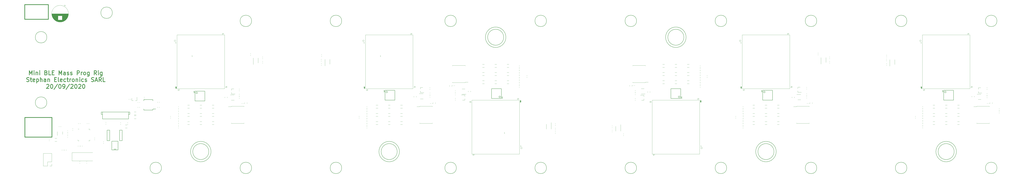
<source format=gto>
G04 #@! TF.GenerationSoftware,KiCad,Pcbnew,(5.1.5)-3*
G04 #@! TF.CreationDate,2020-09-20T17:18:26+02:00*
G04 #@! TF.ProjectId,prog_rig,70726f67-5f72-4696-972e-6b696361645f,A*
G04 #@! TF.SameCoordinates,Original*
G04 #@! TF.FileFunction,Legend,Top*
G04 #@! TF.FilePolarity,Positive*
%FSLAX46Y46*%
G04 Gerber Fmt 4.6, Leading zero omitted, Abs format (unit mm)*
G04 Created by KiCad (PCBNEW (5.1.5)-3) date 2020-09-20 17:18:26*
%MOMM*%
%LPD*%
G04 APERTURE LIST*
%ADD10C,0.400000*%
%ADD11C,0.150000*%
%ADD12C,0.120000*%
%ADD13C,0.350000*%
%ADD14C,0.381000*%
%ADD15C,0.127000*%
%ADD16C,0.100000*%
G04 APERTURE END LIST*
D10*
X52797619Y-87980952D02*
X52797619Y-85480952D01*
X53630952Y-87266666D01*
X54464285Y-85480952D01*
X54464285Y-87980952D01*
X55654761Y-87980952D02*
X55654761Y-86314285D01*
X55654761Y-85480952D02*
X55535714Y-85600000D01*
X55654761Y-85719047D01*
X55773809Y-85600000D01*
X55654761Y-85480952D01*
X55654761Y-85719047D01*
X56845238Y-86314285D02*
X56845238Y-87980952D01*
X56845238Y-86552380D02*
X56964285Y-86433333D01*
X57202380Y-86314285D01*
X57559523Y-86314285D01*
X57797619Y-86433333D01*
X57916666Y-86671428D01*
X57916666Y-87980952D01*
X59107142Y-87980952D02*
X59107142Y-86314285D01*
X59107142Y-85480952D02*
X58988095Y-85600000D01*
X59107142Y-85719047D01*
X59226190Y-85600000D01*
X59107142Y-85480952D01*
X59107142Y-85719047D01*
X63035714Y-86671428D02*
X63392857Y-86790476D01*
X63511904Y-86909523D01*
X63630952Y-87147619D01*
X63630952Y-87504761D01*
X63511904Y-87742857D01*
X63392857Y-87861904D01*
X63154761Y-87980952D01*
X62202380Y-87980952D01*
X62202380Y-85480952D01*
X63035714Y-85480952D01*
X63273809Y-85600000D01*
X63392857Y-85719047D01*
X63511904Y-85957142D01*
X63511904Y-86195238D01*
X63392857Y-86433333D01*
X63273809Y-86552380D01*
X63035714Y-86671428D01*
X62202380Y-86671428D01*
X65892857Y-87980952D02*
X64702380Y-87980952D01*
X64702380Y-85480952D01*
X66726190Y-86671428D02*
X67559523Y-86671428D01*
X67916666Y-87980952D02*
X66726190Y-87980952D01*
X66726190Y-85480952D01*
X67916666Y-85480952D01*
X70892857Y-87980952D02*
X70892857Y-85480952D01*
X71726190Y-87266666D01*
X72559523Y-85480952D01*
X72559523Y-87980952D01*
X74821428Y-87980952D02*
X74821428Y-86671428D01*
X74702380Y-86433333D01*
X74464285Y-86314285D01*
X73988095Y-86314285D01*
X73750000Y-86433333D01*
X74821428Y-87861904D02*
X74583333Y-87980952D01*
X73988095Y-87980952D01*
X73750000Y-87861904D01*
X73630952Y-87623809D01*
X73630952Y-87385714D01*
X73750000Y-87147619D01*
X73988095Y-87028571D01*
X74583333Y-87028571D01*
X74821428Y-86909523D01*
X75892857Y-87861904D02*
X76130952Y-87980952D01*
X76607142Y-87980952D01*
X76845238Y-87861904D01*
X76964285Y-87623809D01*
X76964285Y-87504761D01*
X76845238Y-87266666D01*
X76607142Y-87147619D01*
X76250000Y-87147619D01*
X76011904Y-87028571D01*
X75892857Y-86790476D01*
X75892857Y-86671428D01*
X76011904Y-86433333D01*
X76250000Y-86314285D01*
X76607142Y-86314285D01*
X76845238Y-86433333D01*
X77916666Y-87861904D02*
X78154761Y-87980952D01*
X78630952Y-87980952D01*
X78869047Y-87861904D01*
X78988095Y-87623809D01*
X78988095Y-87504761D01*
X78869047Y-87266666D01*
X78630952Y-87147619D01*
X78273809Y-87147619D01*
X78035714Y-87028571D01*
X77916666Y-86790476D01*
X77916666Y-86671428D01*
X78035714Y-86433333D01*
X78273809Y-86314285D01*
X78630952Y-86314285D01*
X78869047Y-86433333D01*
X81964285Y-87980952D02*
X81964285Y-85480952D01*
X82916666Y-85480952D01*
X83154761Y-85600000D01*
X83273809Y-85719047D01*
X83392857Y-85957142D01*
X83392857Y-86314285D01*
X83273809Y-86552380D01*
X83154761Y-86671428D01*
X82916666Y-86790476D01*
X81964285Y-86790476D01*
X84464285Y-87980952D02*
X84464285Y-86314285D01*
X84464285Y-86790476D02*
X84583333Y-86552380D01*
X84702380Y-86433333D01*
X84940476Y-86314285D01*
X85178571Y-86314285D01*
X86369047Y-87980952D02*
X86130952Y-87861904D01*
X86011904Y-87742857D01*
X85892857Y-87504761D01*
X85892857Y-86790476D01*
X86011904Y-86552380D01*
X86130952Y-86433333D01*
X86369047Y-86314285D01*
X86726190Y-86314285D01*
X86964285Y-86433333D01*
X87083333Y-86552380D01*
X87202380Y-86790476D01*
X87202380Y-87504761D01*
X87083333Y-87742857D01*
X86964285Y-87861904D01*
X86726190Y-87980952D01*
X86369047Y-87980952D01*
X89345238Y-86314285D02*
X89345238Y-88338095D01*
X89226190Y-88576190D01*
X89107142Y-88695238D01*
X88869047Y-88814285D01*
X88511904Y-88814285D01*
X88273809Y-88695238D01*
X89345238Y-87861904D02*
X89107142Y-87980952D01*
X88630952Y-87980952D01*
X88392857Y-87861904D01*
X88273809Y-87742857D01*
X88154761Y-87504761D01*
X88154761Y-86790476D01*
X88273809Y-86552380D01*
X88392857Y-86433333D01*
X88630952Y-86314285D01*
X89107142Y-86314285D01*
X89345238Y-86433333D01*
X93869047Y-87980952D02*
X93035714Y-86790476D01*
X92440476Y-87980952D02*
X92440476Y-85480952D01*
X93392857Y-85480952D01*
X93630952Y-85600000D01*
X93750000Y-85719047D01*
X93869047Y-85957142D01*
X93869047Y-86314285D01*
X93750000Y-86552380D01*
X93630952Y-86671428D01*
X93392857Y-86790476D01*
X92440476Y-86790476D01*
X94940476Y-87980952D02*
X94940476Y-86314285D01*
X94940476Y-85480952D02*
X94821428Y-85600000D01*
X94940476Y-85719047D01*
X95059523Y-85600000D01*
X94940476Y-85480952D01*
X94940476Y-85719047D01*
X97202380Y-86314285D02*
X97202380Y-88338095D01*
X97083333Y-88576190D01*
X96964285Y-88695238D01*
X96726190Y-88814285D01*
X96369047Y-88814285D01*
X96130952Y-88695238D01*
X97202380Y-87861904D02*
X96964285Y-87980952D01*
X96488095Y-87980952D01*
X96250000Y-87861904D01*
X96130952Y-87742857D01*
X96011904Y-87504761D01*
X96011904Y-86790476D01*
X96130952Y-86552380D01*
X96250000Y-86433333D01*
X96488095Y-86314285D01*
X96964285Y-86314285D01*
X97202380Y-86433333D01*
X51190476Y-92011904D02*
X51547619Y-92130952D01*
X52142857Y-92130952D01*
X52380952Y-92011904D01*
X52500000Y-91892857D01*
X52619047Y-91654761D01*
X52619047Y-91416666D01*
X52500000Y-91178571D01*
X52380952Y-91059523D01*
X52142857Y-90940476D01*
X51666666Y-90821428D01*
X51428571Y-90702380D01*
X51309523Y-90583333D01*
X51190476Y-90345238D01*
X51190476Y-90107142D01*
X51309523Y-89869047D01*
X51428571Y-89750000D01*
X51666666Y-89630952D01*
X52261904Y-89630952D01*
X52619047Y-89750000D01*
X53333333Y-90464285D02*
X54285714Y-90464285D01*
X53690476Y-89630952D02*
X53690476Y-91773809D01*
X53809523Y-92011904D01*
X54047619Y-92130952D01*
X54285714Y-92130952D01*
X56071428Y-92011904D02*
X55833333Y-92130952D01*
X55357142Y-92130952D01*
X55119047Y-92011904D01*
X55000000Y-91773809D01*
X55000000Y-90821428D01*
X55119047Y-90583333D01*
X55357142Y-90464285D01*
X55833333Y-90464285D01*
X56071428Y-90583333D01*
X56190476Y-90821428D01*
X56190476Y-91059523D01*
X55000000Y-91297619D01*
X57261904Y-90464285D02*
X57261904Y-92964285D01*
X57261904Y-90583333D02*
X57500000Y-90464285D01*
X57976190Y-90464285D01*
X58214285Y-90583333D01*
X58333333Y-90702380D01*
X58452380Y-90940476D01*
X58452380Y-91654761D01*
X58333333Y-91892857D01*
X58214285Y-92011904D01*
X57976190Y-92130952D01*
X57500000Y-92130952D01*
X57261904Y-92011904D01*
X59523809Y-92130952D02*
X59523809Y-89630952D01*
X60595238Y-92130952D02*
X60595238Y-90821428D01*
X60476190Y-90583333D01*
X60238095Y-90464285D01*
X59880952Y-90464285D01*
X59642857Y-90583333D01*
X59523809Y-90702380D01*
X62857142Y-92130952D02*
X62857142Y-90821428D01*
X62738095Y-90583333D01*
X62500000Y-90464285D01*
X62023809Y-90464285D01*
X61785714Y-90583333D01*
X62857142Y-92011904D02*
X62619047Y-92130952D01*
X62023809Y-92130952D01*
X61785714Y-92011904D01*
X61666666Y-91773809D01*
X61666666Y-91535714D01*
X61785714Y-91297619D01*
X62023809Y-91178571D01*
X62619047Y-91178571D01*
X62857142Y-91059523D01*
X64047619Y-90464285D02*
X64047619Y-92130952D01*
X64047619Y-90702380D02*
X64166666Y-90583333D01*
X64404761Y-90464285D01*
X64761904Y-90464285D01*
X65000000Y-90583333D01*
X65119047Y-90821428D01*
X65119047Y-92130952D01*
X68214285Y-90821428D02*
X69047619Y-90821428D01*
X69404761Y-92130952D02*
X68214285Y-92130952D01*
X68214285Y-89630952D01*
X69404761Y-89630952D01*
X70833333Y-92130952D02*
X70595238Y-92011904D01*
X70476190Y-91773809D01*
X70476190Y-89630952D01*
X72738095Y-92011904D02*
X72500000Y-92130952D01*
X72023809Y-92130952D01*
X71785714Y-92011904D01*
X71666666Y-91773809D01*
X71666666Y-90821428D01*
X71785714Y-90583333D01*
X72023809Y-90464285D01*
X72500000Y-90464285D01*
X72738095Y-90583333D01*
X72857142Y-90821428D01*
X72857142Y-91059523D01*
X71666666Y-91297619D01*
X75000000Y-92011904D02*
X74761904Y-92130952D01*
X74285714Y-92130952D01*
X74047619Y-92011904D01*
X73928571Y-91892857D01*
X73809523Y-91654761D01*
X73809523Y-90940476D01*
X73928571Y-90702380D01*
X74047619Y-90583333D01*
X74285714Y-90464285D01*
X74761904Y-90464285D01*
X75000000Y-90583333D01*
X75714285Y-90464285D02*
X76666666Y-90464285D01*
X76071428Y-89630952D02*
X76071428Y-91773809D01*
X76190476Y-92011904D01*
X76428571Y-92130952D01*
X76666666Y-92130952D01*
X77500000Y-92130952D02*
X77500000Y-90464285D01*
X77500000Y-90940476D02*
X77619047Y-90702380D01*
X77738095Y-90583333D01*
X77976190Y-90464285D01*
X78214285Y-90464285D01*
X79404761Y-92130952D02*
X79166666Y-92011904D01*
X79047619Y-91892857D01*
X78928571Y-91654761D01*
X78928571Y-90940476D01*
X79047619Y-90702380D01*
X79166666Y-90583333D01*
X79404761Y-90464285D01*
X79761904Y-90464285D01*
X80000000Y-90583333D01*
X80119047Y-90702380D01*
X80238095Y-90940476D01*
X80238095Y-91654761D01*
X80119047Y-91892857D01*
X80000000Y-92011904D01*
X79761904Y-92130952D01*
X79404761Y-92130952D01*
X81309523Y-90464285D02*
X81309523Y-92130952D01*
X81309523Y-90702380D02*
X81428571Y-90583333D01*
X81666666Y-90464285D01*
X82023809Y-90464285D01*
X82261904Y-90583333D01*
X82380952Y-90821428D01*
X82380952Y-92130952D01*
X83571428Y-92130952D02*
X83571428Y-90464285D01*
X83571428Y-89630952D02*
X83452380Y-89750000D01*
X83571428Y-89869047D01*
X83690476Y-89750000D01*
X83571428Y-89630952D01*
X83571428Y-89869047D01*
X85833333Y-92011904D02*
X85595238Y-92130952D01*
X85119047Y-92130952D01*
X84880952Y-92011904D01*
X84761904Y-91892857D01*
X84642857Y-91654761D01*
X84642857Y-90940476D01*
X84761904Y-90702380D01*
X84880952Y-90583333D01*
X85119047Y-90464285D01*
X85595238Y-90464285D01*
X85833333Y-90583333D01*
X86785714Y-92011904D02*
X87023809Y-92130952D01*
X87500000Y-92130952D01*
X87738095Y-92011904D01*
X87857142Y-91773809D01*
X87857142Y-91654761D01*
X87738095Y-91416666D01*
X87500000Y-91297619D01*
X87142857Y-91297619D01*
X86904761Y-91178571D01*
X86785714Y-90940476D01*
X86785714Y-90821428D01*
X86904761Y-90583333D01*
X87142857Y-90464285D01*
X87500000Y-90464285D01*
X87738095Y-90583333D01*
X90714285Y-92011904D02*
X91071428Y-92130952D01*
X91666666Y-92130952D01*
X91904761Y-92011904D01*
X92023809Y-91892857D01*
X92142857Y-91654761D01*
X92142857Y-91416666D01*
X92023809Y-91178571D01*
X91904761Y-91059523D01*
X91666666Y-90940476D01*
X91190476Y-90821428D01*
X90952380Y-90702380D01*
X90833333Y-90583333D01*
X90714285Y-90345238D01*
X90714285Y-90107142D01*
X90833333Y-89869047D01*
X90952380Y-89750000D01*
X91190476Y-89630952D01*
X91785714Y-89630952D01*
X92142857Y-89750000D01*
X93095238Y-91416666D02*
X94285714Y-91416666D01*
X92857142Y-92130952D02*
X93690476Y-89630952D01*
X94523809Y-92130952D01*
X96785714Y-92130952D02*
X95952380Y-90940476D01*
X95357142Y-92130952D02*
X95357142Y-89630952D01*
X96309523Y-89630952D01*
X96547619Y-89750000D01*
X96666666Y-89869047D01*
X96785714Y-90107142D01*
X96785714Y-90464285D01*
X96666666Y-90702380D01*
X96547619Y-90821428D01*
X96309523Y-90940476D01*
X95357142Y-90940476D01*
X99047619Y-92130952D02*
X97857142Y-92130952D01*
X97857142Y-89630952D01*
X63333333Y-94019047D02*
X63452380Y-93900000D01*
X63690476Y-93780952D01*
X64285714Y-93780952D01*
X64523809Y-93900000D01*
X64642857Y-94019047D01*
X64761904Y-94257142D01*
X64761904Y-94495238D01*
X64642857Y-94852380D01*
X63214285Y-96280952D01*
X64761904Y-96280952D01*
X66309523Y-93780952D02*
X66547619Y-93780952D01*
X66785714Y-93900000D01*
X66904761Y-94019047D01*
X67023809Y-94257142D01*
X67142857Y-94733333D01*
X67142857Y-95328571D01*
X67023809Y-95804761D01*
X66904761Y-96042857D01*
X66785714Y-96161904D01*
X66547619Y-96280952D01*
X66309523Y-96280952D01*
X66071428Y-96161904D01*
X65952380Y-96042857D01*
X65833333Y-95804761D01*
X65714285Y-95328571D01*
X65714285Y-94733333D01*
X65833333Y-94257142D01*
X65952380Y-94019047D01*
X66071428Y-93900000D01*
X66309523Y-93780952D01*
X70000000Y-93661904D02*
X67857142Y-96876190D01*
X71309523Y-93780952D02*
X71547619Y-93780952D01*
X71785714Y-93900000D01*
X71904761Y-94019047D01*
X72023809Y-94257142D01*
X72142857Y-94733333D01*
X72142857Y-95328571D01*
X72023809Y-95804761D01*
X71904761Y-96042857D01*
X71785714Y-96161904D01*
X71547619Y-96280952D01*
X71309523Y-96280952D01*
X71071428Y-96161904D01*
X70952380Y-96042857D01*
X70833333Y-95804761D01*
X70714285Y-95328571D01*
X70714285Y-94733333D01*
X70833333Y-94257142D01*
X70952380Y-94019047D01*
X71071428Y-93900000D01*
X71309523Y-93780952D01*
X73333333Y-96280952D02*
X73809523Y-96280952D01*
X74047619Y-96161904D01*
X74166666Y-96042857D01*
X74404761Y-95685714D01*
X74523809Y-95209523D01*
X74523809Y-94257142D01*
X74404761Y-94019047D01*
X74285714Y-93900000D01*
X74047619Y-93780952D01*
X73571428Y-93780952D01*
X73333333Y-93900000D01*
X73214285Y-94019047D01*
X73095238Y-94257142D01*
X73095238Y-94852380D01*
X73214285Y-95090476D01*
X73333333Y-95209523D01*
X73571428Y-95328571D01*
X74047619Y-95328571D01*
X74285714Y-95209523D01*
X74404761Y-95090476D01*
X74523809Y-94852380D01*
X77380952Y-93661904D02*
X75238095Y-96876190D01*
X78095238Y-94019047D02*
X78214285Y-93900000D01*
X78452380Y-93780952D01*
X79047619Y-93780952D01*
X79285714Y-93900000D01*
X79404761Y-94019047D01*
X79523809Y-94257142D01*
X79523809Y-94495238D01*
X79404761Y-94852380D01*
X77976190Y-96280952D01*
X79523809Y-96280952D01*
X81071428Y-93780952D02*
X81309523Y-93780952D01*
X81547619Y-93900000D01*
X81666666Y-94019047D01*
X81785714Y-94257142D01*
X81904761Y-94733333D01*
X81904761Y-95328571D01*
X81785714Y-95804761D01*
X81666666Y-96042857D01*
X81547619Y-96161904D01*
X81309523Y-96280952D01*
X81071428Y-96280952D01*
X80833333Y-96161904D01*
X80714285Y-96042857D01*
X80595238Y-95804761D01*
X80476190Y-95328571D01*
X80476190Y-94733333D01*
X80595238Y-94257142D01*
X80714285Y-94019047D01*
X80833333Y-93900000D01*
X81071428Y-93780952D01*
X82857142Y-94019047D02*
X82976190Y-93900000D01*
X83214285Y-93780952D01*
X83809523Y-93780952D01*
X84047619Y-93900000D01*
X84166666Y-94019047D01*
X84285714Y-94257142D01*
X84285714Y-94495238D01*
X84166666Y-94852380D01*
X82738095Y-96280952D01*
X84285714Y-96280952D01*
X85833333Y-93780952D02*
X86071428Y-93780952D01*
X86309523Y-93900000D01*
X86428571Y-94019047D01*
X86547619Y-94257142D01*
X86666666Y-94733333D01*
X86666666Y-95328571D01*
X86547619Y-95804761D01*
X86428571Y-96042857D01*
X86309523Y-96161904D01*
X86071428Y-96280952D01*
X85833333Y-96280952D01*
X85595238Y-96161904D01*
X85476190Y-96042857D01*
X85357142Y-95804761D01*
X85238095Y-95328571D01*
X85238095Y-94733333D01*
X85357142Y-94257142D01*
X85476190Y-94019047D01*
X85595238Y-93900000D01*
X85833333Y-93780952D01*
D11*
X270000000Y-97500000D02*
X270000000Y-103500000D01*
X270000000Y-103500000D02*
X276000000Y-103500000D01*
X276000000Y-103500000D02*
X276000000Y-97500000D01*
X276000000Y-97500000D02*
X270000000Y-97500000D01*
X271500000Y-98500000D02*
G75*
G03X271500000Y-98500000I-500000J0D01*
G01*
X269785714Y-98452380D02*
X269214285Y-98452380D01*
X269500000Y-98452380D02*
X269500000Y-97452380D01*
X269404761Y-97595238D01*
X269309523Y-97690476D01*
X269214285Y-97738095D01*
X341214285Y-101547619D02*
X341785714Y-101547619D01*
X341500000Y-101547619D02*
X341500000Y-102547619D01*
X341595238Y-102404761D01*
X341690476Y-102309523D01*
X341785714Y-102261904D01*
X340500000Y-101500000D02*
G75*
G03X340500000Y-101500000I-500000J0D01*
G01*
X335000000Y-102500000D02*
X341000000Y-102500000D01*
X335000000Y-96500000D02*
X335000000Y-102500000D01*
X341000000Y-96500000D02*
X335000000Y-96500000D01*
X341000000Y-102500000D02*
X341000000Y-96500000D01*
X450500000Y-102500000D02*
X450500000Y-96500000D01*
X450500000Y-96500000D02*
X444500000Y-96500000D01*
X444500000Y-96500000D02*
X444500000Y-102500000D01*
X444500000Y-102500000D02*
X450500000Y-102500000D01*
X450000000Y-101500000D02*
G75*
G03X450000000Y-101500000I-500000J0D01*
G01*
X450714285Y-101547619D02*
X451285714Y-101547619D01*
X451000000Y-101547619D02*
X451000000Y-102547619D01*
X451095238Y-102404761D01*
X451190476Y-102309523D01*
X451285714Y-102261904D01*
X610785714Y-98452380D02*
X610214285Y-98452380D01*
X610500000Y-98452380D02*
X610500000Y-97452380D01*
X610404761Y-97595238D01*
X610309523Y-97690476D01*
X610214285Y-97738095D01*
X612500000Y-98500000D02*
G75*
G03X612500000Y-98500000I-500000J0D01*
G01*
X617000000Y-97500000D02*
X611000000Y-97500000D01*
X617000000Y-103500000D02*
X617000000Y-97500000D01*
X611000000Y-103500000D02*
X617000000Y-103500000D01*
X611000000Y-97500000D02*
X611000000Y-103500000D01*
X500500000Y-97500000D02*
X500500000Y-103500000D01*
X500500000Y-103500000D02*
X506500000Y-103500000D01*
X506500000Y-103500000D02*
X506500000Y-97500000D01*
X506500000Y-97500000D02*
X500500000Y-97500000D01*
X502000000Y-98500000D02*
G75*
G03X502000000Y-98500000I-500000J0D01*
G01*
X500285714Y-98452380D02*
X499714285Y-98452380D01*
X500000000Y-98452380D02*
X500000000Y-97452380D01*
X499904761Y-97595238D01*
X499809523Y-97690476D01*
X499714285Y-97738095D01*
X153785714Y-98952380D02*
X153214285Y-98952380D01*
X153500000Y-98952380D02*
X153500000Y-97952380D01*
X153404761Y-98095238D01*
X153309523Y-98190476D01*
X153214285Y-98238095D01*
X155500000Y-99000000D02*
G75*
G03X155500000Y-99000000I-500000J0D01*
G01*
X160000000Y-98000000D02*
X154000000Y-98000000D01*
X160000000Y-104000000D02*
X160000000Y-98000000D01*
X154000000Y-104000000D02*
X160000000Y-104000000D01*
X154000000Y-98000000D02*
X154000000Y-104000000D01*
D12*
X597760000Y-95570000D02*
X597690000Y-95500000D01*
X597680000Y-95660000D02*
X597760000Y-95570000D01*
X597560000Y-95570000D02*
X597680000Y-95660000D01*
X597220000Y-95410000D02*
X597030000Y-95530000D01*
X597530000Y-95430000D02*
X597600000Y-95510000D01*
D13*
X597360000Y-95350000D02*
X597360000Y-96300000D01*
D12*
X597040000Y-95640000D02*
X597180000Y-95530000D01*
X596900000Y-95560000D02*
X597040000Y-95640000D01*
X597360000Y-95170000D02*
X596900000Y-95560000D01*
X597700000Y-95510000D02*
X597360000Y-95170000D01*
X597640000Y-95630000D02*
X597700000Y-95510000D01*
X597510000Y-95530000D02*
X597640000Y-95630000D01*
X597510000Y-96440000D02*
X597510000Y-95530000D01*
X597190000Y-96440000D02*
X597510000Y-96440000D01*
X597190000Y-95520000D02*
X597190000Y-96440000D01*
X597190000Y-96430000D02*
X597190000Y-95520000D01*
X597490000Y-96430000D02*
X597190000Y-96430000D01*
X597252701Y-67180000D02*
G75*
G03X597252701Y-67180000I-482701J0D01*
G01*
X598000000Y-96500000D02*
X627000000Y-96500000D01*
X598000000Y-63500000D02*
X598000000Y-96500000D01*
X627000000Y-63500000D02*
X627000000Y-96500000D01*
X598000000Y-63500000D02*
X627000000Y-63500000D01*
X142760000Y-95570000D02*
X142690000Y-95500000D01*
X142680000Y-95660000D02*
X142760000Y-95570000D01*
X142560000Y-95570000D02*
X142680000Y-95660000D01*
X142220000Y-95410000D02*
X142030000Y-95530000D01*
X142530000Y-95430000D02*
X142600000Y-95510000D01*
D13*
X142360000Y-95350000D02*
X142360000Y-96300000D01*
D12*
X142040000Y-95640000D02*
X142180000Y-95530000D01*
X141900000Y-95560000D02*
X142040000Y-95640000D01*
X142360000Y-95170000D02*
X141900000Y-95560000D01*
X142700000Y-95510000D02*
X142360000Y-95170000D01*
X142640000Y-95630000D02*
X142700000Y-95510000D01*
X142510000Y-95530000D02*
X142640000Y-95630000D01*
X142510000Y-96440000D02*
X142510000Y-95530000D01*
X142190000Y-96440000D02*
X142510000Y-96440000D01*
X142190000Y-95520000D02*
X142190000Y-96440000D01*
X142190000Y-96430000D02*
X142190000Y-95520000D01*
X142490000Y-96430000D02*
X142190000Y-96430000D01*
X142252701Y-67180000D02*
G75*
G03X142252701Y-67180000I-482701J0D01*
G01*
X143000000Y-96500000D02*
X172000000Y-96500000D01*
X143000000Y-63500000D02*
X143000000Y-96500000D01*
X172000000Y-63500000D02*
X172000000Y-96500000D01*
X143000000Y-63500000D02*
X172000000Y-63500000D01*
X257760000Y-95570000D02*
X257690000Y-95500000D01*
X257680000Y-95660000D02*
X257760000Y-95570000D01*
X257560000Y-95570000D02*
X257680000Y-95660000D01*
X257220000Y-95410000D02*
X257030000Y-95530000D01*
X257530000Y-95430000D02*
X257600000Y-95510000D01*
D13*
X257360000Y-95350000D02*
X257360000Y-96300000D01*
D12*
X257040000Y-95640000D02*
X257180000Y-95530000D01*
X256900000Y-95560000D02*
X257040000Y-95640000D01*
X257360000Y-95170000D02*
X256900000Y-95560000D01*
X257700000Y-95510000D02*
X257360000Y-95170000D01*
X257640000Y-95630000D02*
X257700000Y-95510000D01*
X257510000Y-95530000D02*
X257640000Y-95630000D01*
X257510000Y-96440000D02*
X257510000Y-95530000D01*
X257190000Y-96440000D02*
X257510000Y-96440000D01*
X257190000Y-95520000D02*
X257190000Y-96440000D01*
X257190000Y-96430000D02*
X257190000Y-95520000D01*
X257490000Y-96430000D02*
X257190000Y-96430000D01*
X257252701Y-67180000D02*
G75*
G03X257252701Y-67180000I-482701J0D01*
G01*
X258000000Y-96500000D02*
X287000000Y-96500000D01*
X258000000Y-63500000D02*
X258000000Y-96500000D01*
X287000000Y-63500000D02*
X287000000Y-96500000D01*
X258000000Y-63500000D02*
X287000000Y-63500000D01*
X487760000Y-95570000D02*
X487690000Y-95500000D01*
X487680000Y-95660000D02*
X487760000Y-95570000D01*
X487560000Y-95570000D02*
X487680000Y-95660000D01*
X487220000Y-95410000D02*
X487030000Y-95530000D01*
X487530000Y-95430000D02*
X487600000Y-95510000D01*
D13*
X487360000Y-95350000D02*
X487360000Y-96300000D01*
D12*
X487040000Y-95640000D02*
X487180000Y-95530000D01*
X486900000Y-95560000D02*
X487040000Y-95640000D01*
X487360000Y-95170000D02*
X486900000Y-95560000D01*
X487700000Y-95510000D02*
X487360000Y-95170000D01*
X487640000Y-95630000D02*
X487700000Y-95510000D01*
X487510000Y-95530000D02*
X487640000Y-95630000D01*
X487510000Y-96440000D02*
X487510000Y-95530000D01*
X487190000Y-96440000D02*
X487510000Y-96440000D01*
X487190000Y-95520000D02*
X487190000Y-96440000D01*
X487190000Y-96430000D02*
X487190000Y-95520000D01*
X487490000Y-96430000D02*
X487190000Y-96430000D01*
X487252701Y-67180000D02*
G75*
G03X487252701Y-67180000I-482701J0D01*
G01*
X488000000Y-96500000D02*
X517000000Y-96500000D01*
X488000000Y-63500000D02*
X488000000Y-96500000D01*
X517000000Y-63500000D02*
X517000000Y-96500000D01*
X488000000Y-63500000D02*
X517000000Y-63500000D01*
X462240000Y-104430000D02*
X462310000Y-104500000D01*
X462320000Y-104340000D02*
X462240000Y-104430000D01*
X462440000Y-104430000D02*
X462320000Y-104340000D01*
X462780000Y-104590000D02*
X462970000Y-104470000D01*
X462470000Y-104570000D02*
X462400000Y-104490000D01*
D13*
X462640000Y-104650000D02*
X462640000Y-103700000D01*
D12*
X462960000Y-104360000D02*
X462820000Y-104470000D01*
X463100000Y-104440000D02*
X462960000Y-104360000D01*
X462640000Y-104830000D02*
X463100000Y-104440000D01*
X462300000Y-104490000D02*
X462640000Y-104830000D01*
X462360000Y-104370000D02*
X462300000Y-104490000D01*
X462490000Y-104470000D02*
X462360000Y-104370000D01*
X462490000Y-103560000D02*
X462490000Y-104470000D01*
X462810000Y-103560000D02*
X462490000Y-103560000D01*
X462810000Y-104480000D02*
X462810000Y-103560000D01*
X462810000Y-103570000D02*
X462810000Y-104480000D01*
X462510000Y-103570000D02*
X462810000Y-103570000D01*
X463712701Y-132820000D02*
G75*
G03X463712701Y-132820000I-482701J0D01*
G01*
X462000000Y-103500000D02*
X433000000Y-103500000D01*
X462000000Y-136500000D02*
X462000000Y-103500000D01*
X433000000Y-136500000D02*
X433000000Y-103500000D01*
X462000000Y-136500000D02*
X433000000Y-136500000D01*
X352240000Y-104430000D02*
X352310000Y-104500000D01*
X352320000Y-104340000D02*
X352240000Y-104430000D01*
X352440000Y-104430000D02*
X352320000Y-104340000D01*
X352780000Y-104590000D02*
X352970000Y-104470000D01*
X352470000Y-104570000D02*
X352400000Y-104490000D01*
D13*
X352640000Y-104650000D02*
X352640000Y-103700000D01*
D12*
X352960000Y-104360000D02*
X352820000Y-104470000D01*
X353100000Y-104440000D02*
X352960000Y-104360000D01*
X352640000Y-104830000D02*
X353100000Y-104440000D01*
X352300000Y-104490000D02*
X352640000Y-104830000D01*
X352360000Y-104370000D02*
X352300000Y-104490000D01*
X352490000Y-104470000D02*
X352360000Y-104370000D01*
X352490000Y-103560000D02*
X352490000Y-104470000D01*
X352810000Y-103560000D02*
X352490000Y-103560000D01*
X352810000Y-104480000D02*
X352810000Y-103560000D01*
X352810000Y-103570000D02*
X352810000Y-104480000D01*
X352510000Y-103570000D02*
X352810000Y-103570000D01*
X353712701Y-132820000D02*
G75*
G03X353712701Y-132820000I-482701J0D01*
G01*
X352000000Y-103500000D02*
X323000000Y-103500000D01*
X352000000Y-136500000D02*
X352000000Y-103500000D01*
X323000000Y-136500000D02*
X323000000Y-103500000D01*
X352000000Y-136500000D02*
X323000000Y-136500000D01*
X352062779Y-86990000D02*
X351737221Y-86990000D01*
X352062779Y-88010000D02*
X351737221Y-88010000D01*
X484162779Y-114410000D02*
X483837221Y-114410000D01*
X484162779Y-113390000D02*
X483837221Y-113390000D01*
X488387221Y-111990000D02*
X488712779Y-111990000D01*
X488387221Y-113010000D02*
X488712779Y-113010000D01*
X488337221Y-108510000D02*
X488662779Y-108510000D01*
X488337221Y-107490000D02*
X488662779Y-107490000D01*
X488337221Y-108990000D02*
X488662779Y-108990000D01*
X488337221Y-110010000D02*
X488662779Y-110010000D01*
X488337221Y-116490000D02*
X488662779Y-116490000D01*
X488337221Y-117510000D02*
X488662779Y-117510000D01*
X488337221Y-110490000D02*
X488662779Y-110490000D01*
X488337221Y-111510000D02*
X488662779Y-111510000D01*
X488387221Y-113490000D02*
X488712779Y-113490000D01*
X488387221Y-114510000D02*
X488712779Y-114510000D01*
X488337221Y-116010000D02*
X488662779Y-116010000D01*
X488337221Y-114990000D02*
X488662779Y-114990000D01*
X488337221Y-120510000D02*
X488662779Y-120510000D01*
X488337221Y-119490000D02*
X488662779Y-119490000D01*
X488337221Y-119010000D02*
X488662779Y-119010000D01*
X488337221Y-117990000D02*
X488662779Y-117990000D01*
X638610000Y-105662779D02*
X638610000Y-105337221D01*
X637590000Y-105662779D02*
X637590000Y-105337221D01*
X639190000Y-105558578D02*
X639190000Y-105041422D01*
X640610000Y-105558578D02*
X640610000Y-105041422D01*
X645062779Y-108790000D02*
X644737221Y-108790000D01*
X645062779Y-109810000D02*
X644737221Y-109810000D01*
X645062779Y-111310000D02*
X644737221Y-111310000D01*
X645062779Y-110290000D02*
X644737221Y-110290000D01*
X637237221Y-99490000D02*
X637562779Y-99490000D01*
X637237221Y-100510000D02*
X637562779Y-100510000D01*
X628190000Y-101041422D02*
X628190000Y-101558578D01*
X629610000Y-101041422D02*
X629610000Y-101558578D01*
X637562779Y-102010000D02*
X637237221Y-102010000D01*
X637562779Y-100990000D02*
X637237221Y-100990000D01*
X635000000Y-117760000D02*
X638860000Y-117760000D01*
X638860000Y-117760000D02*
X638860000Y-117505000D01*
X635000000Y-117760000D02*
X631140000Y-117760000D01*
X631140000Y-117760000D02*
X631140000Y-117505000D01*
X635000000Y-107240000D02*
X638860000Y-107240000D01*
X638860000Y-107240000D02*
X638860000Y-107495000D01*
X635000000Y-107240000D02*
X631140000Y-107240000D01*
X631140000Y-107240000D02*
X631140000Y-107495000D01*
X631140000Y-107495000D02*
X629325000Y-107495000D01*
X312687221Y-98760000D02*
X313012779Y-98760000D01*
X312687221Y-97740000D02*
X313012779Y-97740000D01*
X313012779Y-99240000D02*
X312687221Y-99240000D01*
X313012779Y-100260000D02*
X312687221Y-100260000D01*
X320790000Y-98458578D02*
X320790000Y-97941422D01*
X322210000Y-98458578D02*
X322210000Y-97941422D01*
X297512779Y-100640000D02*
X297187221Y-100640000D01*
X297512779Y-101660000D02*
X297187221Y-101660000D01*
X297187221Y-100160000D02*
X297512779Y-100160000D01*
X297187221Y-99140000D02*
X297512779Y-99140000D01*
X289010000Y-101141422D02*
X289010000Y-101658578D01*
X287590000Y-101141422D02*
X287590000Y-101658578D01*
X297137221Y-96910000D02*
X297462779Y-96910000D01*
X297137221Y-95890000D02*
X297462779Y-95890000D01*
X231362779Y-76710000D02*
X231037221Y-76710000D01*
X231362779Y-75690000D02*
X231037221Y-75690000D01*
X291540000Y-95720000D02*
X293000000Y-95720000D01*
X291540000Y-98880000D02*
X293700000Y-98880000D01*
X291540000Y-98880000D02*
X291540000Y-97950000D01*
X291540000Y-95720000D02*
X291540000Y-96650000D01*
X236300000Y-78500000D02*
X236300000Y-81500000D01*
X233300000Y-78500000D02*
X233300000Y-82500000D01*
X231162779Y-78490000D02*
X230837221Y-78490000D01*
X231162779Y-79510000D02*
X230837221Y-79510000D01*
X230937221Y-81090000D02*
X231262779Y-81090000D01*
X230937221Y-82110000D02*
X231262779Y-82110000D01*
D11*
X128250000Y-109605000D02*
X128250000Y-108950000D01*
X122750000Y-109605000D02*
X122750000Y-108855000D01*
X122750000Y-103195000D02*
X122750000Y-103945000D01*
X128250000Y-103195000D02*
X128250000Y-103945000D01*
X128250000Y-109605000D02*
X122750000Y-109605000D01*
X128250000Y-103195000D02*
X122750000Y-103195000D01*
X128250000Y-108950000D02*
X130000000Y-108950000D01*
X101900000Y-128300000D02*
X101900000Y-121900000D01*
X101900000Y-121900000D02*
X100300000Y-121900000D01*
X100300000Y-121900000D02*
X100300000Y-128300000D01*
X100300000Y-128300000D02*
X101900000Y-128300000D01*
X109500000Y-128300000D02*
X109500000Y-121900000D01*
X109500000Y-121900000D02*
X107900000Y-121900000D01*
X107900000Y-121900000D02*
X107900000Y-128300000D01*
X107900000Y-128300000D02*
X109500000Y-128300000D01*
D14*
X50001260Y-49500000D02*
X50001260Y-54000880D01*
X50001260Y-54000880D02*
X64400520Y-54000880D01*
X64400520Y-54000880D02*
X64400520Y-44999120D01*
X64400520Y-44999120D02*
X50001260Y-44999120D01*
X50001260Y-44999120D02*
X50001260Y-49500000D01*
X60400000Y-126099480D02*
X50100300Y-126099480D01*
X50100300Y-126099480D02*
X50100300Y-114100520D01*
X50100300Y-114100520D02*
X60400000Y-114100520D01*
X60400000Y-114100520D02*
X66600140Y-114100520D01*
X66600140Y-114100520D02*
X66600140Y-126099480D01*
X66600140Y-126099480D02*
X60400000Y-126099480D01*
D12*
X92537221Y-127710000D02*
X92862779Y-127710000D01*
X92537221Y-126690000D02*
X92862779Y-126690000D01*
X85110000Y-131437221D02*
X85110000Y-131762779D01*
X84090000Y-131437221D02*
X84090000Y-131762779D01*
X79462779Y-121910000D02*
X79137221Y-121910000D01*
X79462779Y-120890000D02*
X79137221Y-120890000D01*
X83810000Y-117962779D02*
X83810000Y-117637221D01*
X82790000Y-117962779D02*
X82790000Y-117637221D01*
X116797936Y-114810000D02*
X118002064Y-114810000D01*
X116797936Y-112990000D02*
X118002064Y-112990000D01*
X116797936Y-110690000D02*
X118002064Y-110690000D01*
X116797936Y-112510000D02*
X118002064Y-112510000D01*
X99337221Y-117090000D02*
X99662779Y-117090000D01*
X99337221Y-118110000D02*
X99662779Y-118110000D01*
X89110000Y-117962779D02*
X89110000Y-117637221D01*
X88090000Y-117962779D02*
X88090000Y-117637221D01*
X112637221Y-117190000D02*
X112962779Y-117190000D01*
X112637221Y-118210000D02*
X112962779Y-118210000D01*
X70990000Y-119862779D02*
X70990000Y-119537221D01*
X72010000Y-119862779D02*
X72010000Y-119537221D01*
X111397936Y-118690000D02*
X112602064Y-118690000D01*
X111397936Y-120510000D02*
X112602064Y-120510000D01*
X76362779Y-126210000D02*
X76037221Y-126210000D01*
X76362779Y-125190000D02*
X76037221Y-125190000D01*
X114710000Y-102837221D02*
X114710000Y-103162779D01*
X113690000Y-102837221D02*
X113690000Y-103162779D01*
X98262779Y-128990000D02*
X97937221Y-128990000D01*
X98262779Y-130010000D02*
X97937221Y-130010000D01*
X122837221Y-101690000D02*
X123162779Y-101690000D01*
X122837221Y-102710000D02*
X123162779Y-102710000D01*
X83437221Y-142010000D02*
X83762779Y-142010000D01*
X83437221Y-140990000D02*
X83762779Y-140990000D01*
X131090000Y-107737221D02*
X131090000Y-108062779D01*
X132110000Y-107737221D02*
X132110000Y-108062779D01*
X87962779Y-140990000D02*
X87637221Y-140990000D01*
X87962779Y-142010000D02*
X87637221Y-142010000D01*
X120110000Y-105062779D02*
X120110000Y-104737221D01*
X119090000Y-105062779D02*
X119090000Y-104737221D01*
X131090000Y-104962779D02*
X131090000Y-104637221D01*
X132110000Y-104962779D02*
X132110000Y-104637221D01*
X119090000Y-107737221D02*
X119090000Y-108062779D01*
X120110000Y-107737221D02*
X120110000Y-108062779D01*
X593862779Y-114410000D02*
X593537221Y-114410000D01*
X593862779Y-113390000D02*
X593537221Y-113390000D01*
X528710000Y-105662779D02*
X528710000Y-105337221D01*
X527690000Y-105662779D02*
X527690000Y-105337221D01*
X530710000Y-105558578D02*
X530710000Y-105041422D01*
X529290000Y-105558578D02*
X529290000Y-105041422D01*
X518390000Y-101541422D02*
X518390000Y-102058578D01*
X519810000Y-101541422D02*
X519810000Y-102058578D01*
X527137221Y-99590000D02*
X527462779Y-99590000D01*
X527137221Y-100610000D02*
X527462779Y-100610000D01*
X422310000Y-94337221D02*
X422310000Y-94662779D01*
X421290000Y-94337221D02*
X421290000Y-94662779D01*
X420710000Y-94441422D02*
X420710000Y-94958578D01*
X419290000Y-94441422D02*
X419290000Y-94958578D01*
X430290000Y-98758578D02*
X430290000Y-98241422D01*
X431710000Y-98758578D02*
X431710000Y-98241422D01*
X422862779Y-99090000D02*
X422537221Y-99090000D01*
X422862779Y-100110000D02*
X422537221Y-100110000D01*
X466387221Y-89510000D02*
X466712779Y-89510000D01*
X466387221Y-88490000D02*
X466712779Y-88490000D01*
X312410000Y-94437221D02*
X312410000Y-94762779D01*
X311390000Y-94437221D02*
X311390000Y-94762779D01*
X309290000Y-94541422D02*
X309290000Y-95058578D01*
X310710000Y-94541422D02*
X310710000Y-95058578D01*
X356437221Y-89510000D02*
X356762779Y-89510000D01*
X356437221Y-88490000D02*
X356762779Y-88490000D01*
X298710000Y-105662779D02*
X298710000Y-105337221D01*
X297690000Y-105662779D02*
X297690000Y-105337221D01*
X299290000Y-105558578D02*
X299290000Y-105041422D01*
X300710000Y-105558578D02*
X300710000Y-105041422D01*
X254262779Y-114410000D02*
X253937221Y-114410000D01*
X254262779Y-113390000D02*
X253937221Y-113390000D01*
X139162779Y-114410000D02*
X138837221Y-114410000D01*
X139162779Y-113390000D02*
X138837221Y-113390000D01*
X66530000Y-136090000D02*
X61330000Y-136090000D01*
X66530000Y-141230000D02*
X66530000Y-136090000D01*
X61330000Y-143830000D02*
X61330000Y-136090000D01*
X66530000Y-141230000D02*
X63930000Y-141230000D01*
X63930000Y-141230000D02*
X63930000Y-143830000D01*
X63930000Y-143830000D02*
X61330000Y-143830000D01*
X66530000Y-142500000D02*
X66530000Y-143830000D01*
X66530000Y-143830000D02*
X65200000Y-143830000D01*
X68397936Y-128710000D02*
X69602064Y-128710000D01*
X68397936Y-126890000D02*
X69602064Y-126890000D01*
X605602064Y-118410000D02*
X604397936Y-118410000D01*
X605602064Y-116590000D02*
X604397936Y-116590000D01*
X613102064Y-116590000D02*
X611897936Y-116590000D01*
X613102064Y-118410000D02*
X611897936Y-118410000D01*
X620602064Y-118410000D02*
X619397936Y-118410000D01*
X620602064Y-116590000D02*
X619397936Y-116590000D01*
X605602064Y-111590000D02*
X604397936Y-111590000D01*
X605602064Y-113410000D02*
X604397936Y-113410000D01*
X613102064Y-111590000D02*
X611897936Y-111590000D01*
X613102064Y-113410000D02*
X611897936Y-113410000D01*
X620602064Y-113410000D02*
X619397936Y-113410000D01*
X620602064Y-111590000D02*
X619397936Y-111590000D01*
X605602064Y-106590000D02*
X604397936Y-106590000D01*
X605602064Y-108410000D02*
X604397936Y-108410000D01*
X613102064Y-106590000D02*
X611897936Y-106590000D01*
X613102064Y-108410000D02*
X611897936Y-108410000D01*
X620602064Y-108410000D02*
X619397936Y-108410000D01*
X620602064Y-106590000D02*
X619397936Y-106590000D01*
X503102064Y-116590000D02*
X501897936Y-116590000D01*
X503102064Y-118410000D02*
X501897936Y-118410000D01*
X495602064Y-118410000D02*
X494397936Y-118410000D01*
X495602064Y-116590000D02*
X494397936Y-116590000D01*
X510602064Y-116590000D02*
X509397936Y-116590000D01*
X510602064Y-118410000D02*
X509397936Y-118410000D01*
X503102064Y-113410000D02*
X501897936Y-113410000D01*
X503102064Y-111590000D02*
X501897936Y-111590000D01*
X510602064Y-113410000D02*
X509397936Y-113410000D01*
X510602064Y-111590000D02*
X509397936Y-111590000D01*
X495602064Y-111590000D02*
X494397936Y-111590000D01*
X495602064Y-113410000D02*
X494397936Y-113410000D01*
X495602064Y-106590000D02*
X494397936Y-106590000D01*
X495602064Y-108410000D02*
X494397936Y-108410000D01*
X503102064Y-108410000D02*
X501897936Y-108410000D01*
X503102064Y-106590000D02*
X501897936Y-106590000D01*
X510602064Y-108410000D02*
X509397936Y-108410000D01*
X510602064Y-106590000D02*
X509397936Y-106590000D01*
X446897936Y-83410000D02*
X448102064Y-83410000D01*
X446897936Y-81590000D02*
X448102064Y-81590000D01*
X439397936Y-81590000D02*
X440602064Y-81590000D01*
X439397936Y-83410000D02*
X440602064Y-83410000D01*
X454397936Y-81590000D02*
X455602064Y-81590000D01*
X454397936Y-83410000D02*
X455602064Y-83410000D01*
X446897936Y-88410000D02*
X448102064Y-88410000D01*
X446897936Y-86590000D02*
X448102064Y-86590000D01*
X439397936Y-88410000D02*
X440602064Y-88410000D01*
X439397936Y-86590000D02*
X440602064Y-86590000D01*
X454397936Y-88410000D02*
X455602064Y-88410000D01*
X454397936Y-86590000D02*
X455602064Y-86590000D01*
X446897936Y-91590000D02*
X448102064Y-91590000D01*
X446897936Y-93410000D02*
X448102064Y-93410000D01*
X439397936Y-93410000D02*
X440602064Y-93410000D01*
X439397936Y-91590000D02*
X440602064Y-91590000D01*
X454397936Y-93410000D02*
X455602064Y-93410000D01*
X454397936Y-91590000D02*
X455602064Y-91590000D01*
X336897936Y-81590000D02*
X338102064Y-81590000D01*
X336897936Y-83410000D02*
X338102064Y-83410000D01*
X344397936Y-83410000D02*
X345602064Y-83410000D01*
X344397936Y-81590000D02*
X345602064Y-81590000D01*
X329397936Y-83410000D02*
X330602064Y-83410000D01*
X329397936Y-81590000D02*
X330602064Y-81590000D01*
X336897936Y-86590000D02*
X338102064Y-86590000D01*
X336897936Y-88410000D02*
X338102064Y-88410000D01*
X329397936Y-86590000D02*
X330602064Y-86590000D01*
X329397936Y-88410000D02*
X330602064Y-88410000D01*
X344397936Y-86590000D02*
X345602064Y-86590000D01*
X344397936Y-88410000D02*
X345602064Y-88410000D01*
X344397936Y-93410000D02*
X345602064Y-93410000D01*
X344397936Y-91590000D02*
X345602064Y-91590000D01*
X336897936Y-93410000D02*
X338102064Y-93410000D01*
X336897936Y-91590000D02*
X338102064Y-91590000D01*
X329397936Y-91590000D02*
X330602064Y-91590000D01*
X329397936Y-93410000D02*
X330602064Y-93410000D01*
X273102064Y-116590000D02*
X271897936Y-116590000D01*
X273102064Y-118410000D02*
X271897936Y-118410000D01*
X265602064Y-118410000D02*
X264397936Y-118410000D01*
X265602064Y-116590000D02*
X264397936Y-116590000D01*
X280602064Y-116590000D02*
X279397936Y-116590000D01*
X280602064Y-118410000D02*
X279397936Y-118410000D01*
X273102064Y-111590000D02*
X271897936Y-111590000D01*
X273102064Y-113410000D02*
X271897936Y-113410000D01*
X265602064Y-113410000D02*
X264397936Y-113410000D01*
X265602064Y-111590000D02*
X264397936Y-111590000D01*
X280602064Y-113410000D02*
X279397936Y-113410000D01*
X280602064Y-111590000D02*
X279397936Y-111590000D01*
X273102064Y-108410000D02*
X271897936Y-108410000D01*
X273102064Y-106590000D02*
X271897936Y-106590000D01*
X265602064Y-108410000D02*
X264397936Y-108410000D01*
X265602064Y-106590000D02*
X264397936Y-106590000D01*
X280602064Y-108410000D02*
X279397936Y-108410000D01*
X280602064Y-106590000D02*
X279397936Y-106590000D01*
X158102064Y-116590000D02*
X156897936Y-116590000D01*
X158102064Y-118410000D02*
X156897936Y-118410000D01*
X150602064Y-118410000D02*
X149397936Y-118410000D01*
X150602064Y-116590000D02*
X149397936Y-116590000D01*
X165602064Y-116590000D02*
X164397936Y-116590000D01*
X165602064Y-118410000D02*
X164397936Y-118410000D01*
X158102064Y-111590000D02*
X156897936Y-111590000D01*
X158102064Y-113410000D02*
X156897936Y-113410000D01*
X165602064Y-113410000D02*
X164397936Y-113410000D01*
X165602064Y-111590000D02*
X164397936Y-111590000D01*
X150602064Y-113410000D02*
X149397936Y-113410000D01*
X150602064Y-111590000D02*
X149397936Y-111590000D01*
X158102064Y-108410000D02*
X156897936Y-108410000D01*
X158102064Y-106590000D02*
X156897936Y-106590000D01*
X165602064Y-108410000D02*
X164397936Y-108410000D01*
X165602064Y-106590000D02*
X164397936Y-106590000D01*
X150602064Y-106590000D02*
X149397936Y-106590000D01*
X150602064Y-108410000D02*
X149397936Y-108410000D01*
X115320000Y-103760000D02*
X116250000Y-103760000D01*
X118480000Y-103760000D02*
X117550000Y-103760000D01*
X118480000Y-103760000D02*
X118480000Y-101600000D01*
X115320000Y-103760000D02*
X115320000Y-102300000D01*
X108662779Y-117190000D02*
X108337221Y-117190000D01*
X108662779Y-118210000D02*
X108337221Y-118210000D01*
X82590000Y-131762779D02*
X82590000Y-131437221D01*
X83610000Y-131762779D02*
X83610000Y-131437221D01*
X72790000Y-133937221D02*
X72790000Y-134262779D01*
X73810000Y-133937221D02*
X73810000Y-134262779D01*
X76037221Y-122190000D02*
X76362779Y-122190000D01*
X76037221Y-123210000D02*
X76362779Y-123210000D01*
X76037221Y-124710000D02*
X76362779Y-124710000D01*
X76037221Y-123690000D02*
X76362779Y-123690000D01*
X597937221Y-117410000D02*
X598262779Y-117410000D01*
X597937221Y-116390000D02*
X598262779Y-116390000D01*
X597937221Y-117890000D02*
X598262779Y-117890000D01*
X597937221Y-118910000D02*
X598262779Y-118910000D01*
X597937221Y-120410000D02*
X598262779Y-120410000D01*
X597937221Y-119390000D02*
X598262779Y-119390000D01*
X597937221Y-111890000D02*
X598262779Y-111890000D01*
X597937221Y-112910000D02*
X598262779Y-112910000D01*
X597937221Y-114410000D02*
X598262779Y-114410000D01*
X597937221Y-113390000D02*
X598262779Y-113390000D01*
X597937221Y-114890000D02*
X598262779Y-114890000D01*
X597937221Y-115910000D02*
X598262779Y-115910000D01*
X597937221Y-108410000D02*
X598262779Y-108410000D01*
X597937221Y-107390000D02*
X598262779Y-107390000D01*
X597937221Y-108890000D02*
X598262779Y-108890000D01*
X597937221Y-109910000D02*
X598262779Y-109910000D01*
X597937221Y-110390000D02*
X598262779Y-110390000D01*
X597937221Y-111410000D02*
X598262779Y-111410000D01*
X527462779Y-101090000D02*
X527137221Y-101090000D01*
X527462779Y-102110000D02*
X527137221Y-102110000D01*
X462462779Y-83990000D02*
X462137221Y-83990000D01*
X462462779Y-85010000D02*
X462137221Y-85010000D01*
X462462779Y-86510000D02*
X462137221Y-86510000D01*
X462462779Y-85490000D02*
X462137221Y-85490000D01*
X462462779Y-82490000D02*
X462137221Y-82490000D01*
X462462779Y-83510000D02*
X462137221Y-83510000D01*
X462462779Y-89510000D02*
X462137221Y-89510000D01*
X462462779Y-88490000D02*
X462137221Y-88490000D01*
X462462779Y-91010000D02*
X462137221Y-91010000D01*
X462462779Y-89990000D02*
X462137221Y-89990000D01*
X462462779Y-86990000D02*
X462137221Y-86990000D01*
X462462779Y-88010000D02*
X462137221Y-88010000D01*
X462462779Y-92990000D02*
X462137221Y-92990000D01*
X462462779Y-94010000D02*
X462137221Y-94010000D01*
X422537221Y-97590000D02*
X422862779Y-97590000D01*
X422537221Y-98610000D02*
X422862779Y-98610000D01*
X462462779Y-95510000D02*
X462137221Y-95510000D01*
X462462779Y-94490000D02*
X462137221Y-94490000D01*
X462462779Y-91490000D02*
X462137221Y-91490000D01*
X462462779Y-92510000D02*
X462137221Y-92510000D01*
X352062779Y-85010000D02*
X351737221Y-85010000D01*
X352062779Y-83990000D02*
X351737221Y-83990000D01*
X352050279Y-82490000D02*
X351724721Y-82490000D01*
X352050279Y-83510000D02*
X351724721Y-83510000D01*
X352062779Y-85490000D02*
X351737221Y-85490000D01*
X352062779Y-86510000D02*
X351737221Y-86510000D01*
X352062779Y-88490000D02*
X351737221Y-88490000D01*
X352062779Y-89510000D02*
X351737221Y-89510000D01*
X352062779Y-91010000D02*
X351737221Y-91010000D01*
X352062779Y-89990000D02*
X351737221Y-89990000D01*
X352062779Y-91490000D02*
X351737221Y-91490000D01*
X352062779Y-92510000D02*
X351737221Y-92510000D01*
X352062779Y-94010000D02*
X351737221Y-94010000D01*
X352062779Y-92990000D02*
X351737221Y-92990000D01*
X352062779Y-95510000D02*
X351737221Y-95510000D01*
X352062779Y-94490000D02*
X351737221Y-94490000D01*
X258737221Y-119060000D02*
X259062779Y-119060000D01*
X258737221Y-118040000D02*
X259062779Y-118040000D01*
X258737221Y-116540000D02*
X259062779Y-116540000D01*
X258737221Y-117560000D02*
X259062779Y-117560000D01*
X258737221Y-120560000D02*
X259062779Y-120560000D01*
X258737221Y-119540000D02*
X259062779Y-119540000D01*
X258737221Y-113540000D02*
X259062779Y-113540000D01*
X258737221Y-114560000D02*
X259062779Y-114560000D01*
X258737221Y-113060000D02*
X259062779Y-113060000D01*
X258737221Y-112040000D02*
X259062779Y-112040000D01*
X258737221Y-115040000D02*
X259062779Y-115040000D01*
X258737221Y-116060000D02*
X259062779Y-116060000D01*
X258737221Y-110060000D02*
X259062779Y-110060000D01*
X258737221Y-109040000D02*
X259062779Y-109040000D01*
X258737221Y-107540000D02*
X259062779Y-107540000D01*
X258737221Y-108560000D02*
X259062779Y-108560000D01*
X258737221Y-111560000D02*
X259062779Y-111560000D01*
X258737221Y-110540000D02*
X259062779Y-110540000D01*
X143687221Y-118040000D02*
X144012779Y-118040000D01*
X143687221Y-119060000D02*
X144012779Y-119060000D01*
X143687221Y-117560000D02*
X144012779Y-117560000D01*
X143687221Y-116540000D02*
X144012779Y-116540000D01*
X143687221Y-119540000D02*
X144012779Y-119540000D01*
X143687221Y-120560000D02*
X144012779Y-120560000D01*
X143687221Y-113540000D02*
X144012779Y-113540000D01*
X143687221Y-114560000D02*
X144012779Y-114560000D01*
X143687221Y-115040000D02*
X144012779Y-115040000D01*
X143687221Y-116060000D02*
X144012779Y-116060000D01*
X143687221Y-113060000D02*
X144012779Y-113060000D01*
X143687221Y-112040000D02*
X144012779Y-112040000D01*
X143687221Y-110060000D02*
X144012779Y-110060000D01*
X143687221Y-109040000D02*
X144012779Y-109040000D01*
X143687221Y-111560000D02*
X144012779Y-111560000D01*
X143687221Y-110540000D02*
X144012779Y-110540000D01*
X143687221Y-107490000D02*
X144012779Y-107490000D01*
X143687221Y-108510000D02*
X144012779Y-108510000D01*
X75410000Y-133937221D02*
X75410000Y-134262779D01*
X74390000Y-133937221D02*
X74390000Y-134262779D01*
X65162779Y-128310000D02*
X64837221Y-128310000D01*
X65162779Y-127290000D02*
X64837221Y-127290000D01*
D11*
X617400000Y-135000000D02*
G75*
G03X617400000Y-135000000I-4900000J0D01*
G01*
X618750000Y-135000000D02*
G75*
G03X618750000Y-135000000I-6250000J0D01*
G01*
X507400000Y-135000000D02*
G75*
G03X507400000Y-135000000I-4900000J0D01*
G01*
X508750000Y-135000000D02*
G75*
G03X508750000Y-135000000I-6250000J0D01*
G01*
X452400000Y-65000000D02*
G75*
G03X452400000Y-65000000I-4900000J0D01*
G01*
X453750000Y-65000000D02*
G75*
G03X453750000Y-65000000I-6250000J0D01*
G01*
X343750000Y-65000000D02*
G75*
G03X343750000Y-65000000I-6250000J0D01*
G01*
X342400000Y-65000000D02*
G75*
G03X342400000Y-65000000I-4900000J0D01*
G01*
X278750000Y-135000000D02*
G75*
G03X278750000Y-135000000I-6250000J0D01*
G01*
X277400000Y-135000000D02*
G75*
G03X277400000Y-135000000I-4900000J0D01*
G01*
X163750000Y-135000000D02*
G75*
G03X163750000Y-135000000I-6250000J0D01*
G01*
X162400000Y-135000000D02*
G75*
G03X162400000Y-135000000I-4900000J0D01*
G01*
X97500000Y-110800000D02*
X96700000Y-110800000D01*
X96700000Y-110800000D02*
X96700000Y-112200000D01*
X96700000Y-112200000D02*
X97500000Y-112200000D01*
X113400000Y-110800000D02*
X114200000Y-110800000D01*
X114200000Y-110800000D02*
X114200000Y-112200000D01*
X114200000Y-112200000D02*
X113400000Y-112200000D01*
X113400000Y-115000000D02*
X113400000Y-110800000D01*
X113400000Y-110800000D02*
X97500000Y-110800000D01*
X97500000Y-110800000D02*
X97500000Y-115000000D01*
X97500000Y-115000000D02*
X113400000Y-115000000D01*
D12*
X88985000Y-121190000D02*
X89710000Y-121190000D01*
X89710000Y-121190000D02*
X89710000Y-121915000D01*
X83215000Y-128410000D02*
X82490000Y-128410000D01*
X82490000Y-128410000D02*
X82490000Y-127685000D01*
X88985000Y-128410000D02*
X89710000Y-128410000D01*
X89710000Y-128410000D02*
X89710000Y-127685000D01*
X83215000Y-121190000D02*
X82490000Y-121190000D01*
D15*
X106878000Y-133967000D02*
X107005000Y-133967000D01*
X107005000Y-133967000D02*
X107005000Y-128633000D01*
X103195000Y-128633000D02*
X103195000Y-133967000D01*
X103195000Y-133967000D02*
X106878000Y-133967000D01*
X104592000Y-133967000D02*
X104592000Y-133459000D01*
X104592000Y-133459000D02*
X105608000Y-133459000D01*
X105608000Y-133459000D02*
X105608000Y-133967000D01*
X103195000Y-128633000D02*
X107005000Y-128633000D01*
D12*
X73100000Y-124400000D02*
X73100000Y-122800000D01*
X69900000Y-122800000D02*
X69900000Y-125100000D01*
X525000000Y-117760000D02*
X528860000Y-117760000D01*
X528860000Y-117760000D02*
X528860000Y-117505000D01*
X525000000Y-117760000D02*
X521140000Y-117760000D01*
X521140000Y-117760000D02*
X521140000Y-117505000D01*
X525000000Y-107240000D02*
X528860000Y-107240000D01*
X528860000Y-107240000D02*
X528860000Y-107495000D01*
X525000000Y-107240000D02*
X521140000Y-107240000D01*
X521140000Y-107240000D02*
X521140000Y-107495000D01*
X521140000Y-107495000D02*
X519325000Y-107495000D01*
X428860000Y-92505000D02*
X430675000Y-92505000D01*
X428860000Y-92760000D02*
X428860000Y-92505000D01*
X425000000Y-92760000D02*
X428860000Y-92760000D01*
X421140000Y-92760000D02*
X421140000Y-92505000D01*
X425000000Y-92760000D02*
X421140000Y-92760000D01*
X428860000Y-82240000D02*
X428860000Y-82495000D01*
X425000000Y-82240000D02*
X428860000Y-82240000D01*
X421140000Y-82240000D02*
X421140000Y-82495000D01*
X425000000Y-82240000D02*
X421140000Y-82240000D01*
X315000000Y-82240000D02*
X311140000Y-82240000D01*
X311140000Y-82240000D02*
X311140000Y-82495000D01*
X315000000Y-82240000D02*
X318860000Y-82240000D01*
X318860000Y-82240000D02*
X318860000Y-82495000D01*
X315000000Y-92760000D02*
X311140000Y-92760000D01*
X311140000Y-92760000D02*
X311140000Y-92505000D01*
X315000000Y-92760000D02*
X318860000Y-92760000D01*
X318860000Y-92760000D02*
X318860000Y-92505000D01*
X318860000Y-92505000D02*
X320675000Y-92505000D01*
X291140000Y-107495000D02*
X289325000Y-107495000D01*
X291140000Y-107240000D02*
X291140000Y-107495000D01*
X295000000Y-107240000D02*
X291140000Y-107240000D01*
X298860000Y-107240000D02*
X298860000Y-107495000D01*
X295000000Y-107240000D02*
X298860000Y-107240000D01*
X291140000Y-117760000D02*
X291140000Y-117505000D01*
X295000000Y-117760000D02*
X291140000Y-117760000D01*
X298860000Y-117760000D02*
X298860000Y-117505000D01*
X295000000Y-117760000D02*
X298860000Y-117760000D01*
X91500000Y-135550000D02*
X78900000Y-135550000D01*
X78900000Y-135550000D02*
X78900000Y-140650000D01*
X78900000Y-140650000D02*
X91500000Y-140650000D01*
D11*
X103500000Y-50000000D02*
G75*
G03X103500000Y-50000000I-3500000J0D01*
G01*
X188500000Y-145000000D02*
G75*
G03X188500000Y-145000000I-3500000J0D01*
G01*
X588500000Y-145000000D02*
G75*
G03X588500000Y-145000000I-3500000J0D01*
G01*
X63500000Y-105000000D02*
G75*
G03X63500000Y-105000000I-3500000J0D01*
G01*
X478500000Y-55000000D02*
G75*
G03X478500000Y-55000000I-3500000J0D01*
G01*
X643500000Y-145000000D02*
G75*
G03X643500000Y-145000000I-3500000J0D01*
G01*
X63500000Y-65000000D02*
G75*
G03X63500000Y-65000000I-3500000J0D01*
G01*
X423500000Y-145000000D02*
G75*
G03X423500000Y-145000000I-3500000J0D01*
G01*
X478500000Y-145000000D02*
G75*
G03X478500000Y-145000000I-3500000J0D01*
G01*
X643500000Y-55000000D02*
G75*
G03X643500000Y-55000000I-3500000J0D01*
G01*
X133500000Y-145000000D02*
G75*
G03X133500000Y-145000000I-3500000J0D01*
G01*
X368500000Y-145000000D02*
G75*
G03X368500000Y-145000000I-3500000J0D01*
G01*
X533500000Y-55000000D02*
G75*
G03X533500000Y-55000000I-3500000J0D01*
G01*
X588500000Y-55000000D02*
G75*
G03X588500000Y-55000000I-3500000J0D01*
G01*
X188500000Y-55000000D02*
G75*
G03X188500000Y-55000000I-3500000J0D01*
G01*
X313500000Y-145000000D02*
G75*
G03X313500000Y-145000000I-3500000J0D01*
G01*
X533500000Y-145000000D02*
G75*
G03X533500000Y-145000000I-3500000J0D01*
G01*
X368500000Y-55000000D02*
G75*
G03X368500000Y-55000000I-3500000J0D01*
G01*
X243500000Y-55000000D02*
G75*
G03X243500000Y-55000000I-3500000J0D01*
G01*
X243500000Y-145000000D02*
G75*
G03X243500000Y-145000000I-3500000J0D01*
G01*
X423500000Y-55000000D02*
G75*
G03X423500000Y-55000000I-3500000J0D01*
G01*
X313500000Y-55000000D02*
G75*
G03X313500000Y-55000000I-3500000J0D01*
G01*
D12*
X637237221Y-95890000D02*
X637562779Y-95890000D01*
X637237221Y-96910000D02*
X637562779Y-96910000D01*
X527137221Y-96610000D02*
X527462779Y-96610000D01*
X527137221Y-95590000D02*
X527462779Y-95590000D01*
X422862779Y-102490000D02*
X422537221Y-102490000D01*
X422862779Y-103510000D02*
X422537221Y-103510000D01*
X313062779Y-102390000D02*
X312737221Y-102390000D01*
X313062779Y-103410000D02*
X312737221Y-103410000D01*
X180837221Y-97710000D02*
X181162779Y-97710000D01*
X180837221Y-96690000D02*
X181162779Y-96690000D01*
X576262779Y-77010000D02*
X575937221Y-77010000D01*
X576262779Y-75990000D02*
X575937221Y-75990000D01*
X534462779Y-75710000D02*
X534137221Y-75710000D01*
X534462779Y-74690000D02*
X534137221Y-74690000D01*
X415337221Y-124190000D02*
X415662779Y-124190000D01*
X415337221Y-125210000D02*
X415662779Y-125210000D01*
X373737221Y-123810000D02*
X374062779Y-123810000D01*
X373737221Y-122790000D02*
X374062779Y-122790000D01*
X187962779Y-75090000D02*
X187637221Y-75090000D01*
X187962779Y-76110000D02*
X187637221Y-76110000D01*
X575937221Y-80990000D02*
X576262779Y-80990000D01*
X575937221Y-82010000D02*
X576262779Y-82010000D01*
X576162779Y-79410000D02*
X575837221Y-79410000D01*
X576162779Y-78390000D02*
X575837221Y-78390000D01*
X541462779Y-79690000D02*
X541137221Y-79690000D01*
X541462779Y-80710000D02*
X541137221Y-80710000D01*
X541137221Y-78110000D02*
X541462779Y-78110000D01*
X541137221Y-77090000D02*
X541462779Y-77090000D01*
X408437221Y-120310000D02*
X408762779Y-120310000D01*
X408437221Y-119290000D02*
X408762779Y-119290000D01*
X408762779Y-122910000D02*
X408437221Y-122910000D01*
X408762779Y-121890000D02*
X408437221Y-121890000D01*
X374062779Y-117990000D02*
X373737221Y-117990000D01*
X374062779Y-119010000D02*
X373737221Y-119010000D01*
X373737221Y-120690000D02*
X374062779Y-120690000D01*
X373737221Y-121710000D02*
X374062779Y-121710000D01*
X195362779Y-79690000D02*
X195037221Y-79690000D01*
X195362779Y-80710000D02*
X195037221Y-80710000D01*
X195037221Y-77090000D02*
X195362779Y-77090000D01*
X195037221Y-78110000D02*
X195362779Y-78110000D01*
X632140000Y-95920000D02*
X633600000Y-95920000D01*
X632140000Y-99080000D02*
X634300000Y-99080000D01*
X632140000Y-99080000D02*
X632140000Y-98150000D01*
X632140000Y-95920000D02*
X632140000Y-96850000D01*
X521940000Y-95520000D02*
X521940000Y-96450000D01*
X521940000Y-98680000D02*
X521940000Y-97750000D01*
X521940000Y-98680000D02*
X524100000Y-98680000D01*
X521940000Y-95520000D02*
X523400000Y-95520000D01*
X427960000Y-103580000D02*
X427960000Y-102650000D01*
X427960000Y-100420000D02*
X427960000Y-101350000D01*
X427960000Y-100420000D02*
X425800000Y-100420000D01*
X427960000Y-103580000D02*
X426500000Y-103580000D01*
X318660000Y-103480000D02*
X318660000Y-102550000D01*
X318660000Y-100320000D02*
X318660000Y-101250000D01*
X318660000Y-100320000D02*
X316500000Y-100320000D01*
X318660000Y-103480000D02*
X317200000Y-103480000D01*
X176240000Y-96520000D02*
X177700000Y-96520000D01*
X176240000Y-99680000D02*
X178400000Y-99680000D01*
X176240000Y-99680000D02*
X176240000Y-98750000D01*
X176240000Y-96520000D02*
X176240000Y-97450000D01*
X578100000Y-78700000D02*
X578100000Y-82700000D01*
X581100000Y-78700000D02*
X581100000Y-81700000D01*
X539100000Y-77400000D02*
X539100000Y-80400000D01*
X536100000Y-77400000D02*
X536100000Y-81400000D01*
X413800000Y-122500000D02*
X413800000Y-118500000D01*
X410800000Y-122500000D02*
X410800000Y-119500000D01*
X368400000Y-121200000D02*
X368400000Y-118200000D01*
X371400000Y-121200000D02*
X371400000Y-117200000D01*
X189500000Y-77700000D02*
X189500000Y-81700000D01*
X192500000Y-77700000D02*
X192500000Y-80700000D01*
X182690000Y-105662779D02*
X182690000Y-105337221D01*
X183710000Y-105662779D02*
X183710000Y-105337221D01*
X185710000Y-105558578D02*
X185710000Y-105041422D01*
X184290000Y-105558578D02*
X184290000Y-105041422D01*
X173610000Y-101541422D02*
X173610000Y-102058578D01*
X172190000Y-101541422D02*
X172190000Y-102058578D01*
X180837221Y-100910000D02*
X181162779Y-100910000D01*
X180837221Y-99890000D02*
X181162779Y-99890000D01*
X181162779Y-102410000D02*
X180837221Y-102410000D01*
X181162779Y-101390000D02*
X180837221Y-101390000D01*
X180000000Y-117760000D02*
X183860000Y-117760000D01*
X183860000Y-117760000D02*
X183860000Y-117505000D01*
X180000000Y-117760000D02*
X176140000Y-117760000D01*
X176140000Y-117760000D02*
X176140000Y-117505000D01*
X180000000Y-107240000D02*
X183860000Y-107240000D01*
X183860000Y-107240000D02*
X183860000Y-107495000D01*
X180000000Y-107240000D02*
X176140000Y-107240000D01*
X176140000Y-107240000D02*
X176140000Y-107495000D01*
X176140000Y-107495000D02*
X174325000Y-107495000D01*
X633800000Y-99890000D02*
X631350000Y-99890000D01*
X632000000Y-103110000D02*
X633800000Y-103110000D01*
X521900000Y-103210000D02*
X523700000Y-103210000D01*
X523700000Y-99990000D02*
X521250000Y-99990000D01*
X426300000Y-99710000D02*
X428750000Y-99710000D01*
X428100000Y-96490000D02*
X426300000Y-96490000D01*
X318750000Y-96640000D02*
X316950000Y-96640000D01*
X316950000Y-99860000D02*
X319400000Y-99860000D01*
X291450000Y-102760000D02*
X293250000Y-102760000D01*
X293250000Y-99540000D02*
X290800000Y-99540000D01*
X177900000Y-100290000D02*
X175450000Y-100290000D01*
X176100000Y-103510000D02*
X177900000Y-103510000D01*
X76720000Y-50600000D02*
G75*
G03X76720000Y-50600000I-5120000J0D01*
G01*
X76680000Y-50600000D02*
X66520000Y-50600000D01*
X76680000Y-50640000D02*
X66520000Y-50640000D01*
X76680000Y-50680000D02*
X66520000Y-50680000D01*
X76679000Y-50720000D02*
X66521000Y-50720000D01*
X76678000Y-50760000D02*
X66522000Y-50760000D01*
X76677000Y-50800000D02*
X66523000Y-50800000D01*
X76675000Y-50840000D02*
X66525000Y-50840000D01*
X76673000Y-50880000D02*
X66527000Y-50880000D01*
X76670000Y-50920000D02*
X66530000Y-50920000D01*
X76668000Y-50960000D02*
X66532000Y-50960000D01*
X76665000Y-51000000D02*
X66535000Y-51000000D01*
X76662000Y-51040000D02*
X66538000Y-51040000D01*
X76658000Y-51080000D02*
X66542000Y-51080000D01*
X76654000Y-51120000D02*
X66546000Y-51120000D01*
X76650000Y-51160000D02*
X66550000Y-51160000D01*
X76645000Y-51200000D02*
X66555000Y-51200000D01*
X76640000Y-51240000D02*
X66560000Y-51240000D01*
X76635000Y-51280000D02*
X66565000Y-51280000D01*
X76630000Y-51321000D02*
X66570000Y-51321000D01*
X76624000Y-51361000D02*
X66576000Y-51361000D01*
X76618000Y-51401000D02*
X66582000Y-51401000D01*
X76611000Y-51441000D02*
X66589000Y-51441000D01*
X76604000Y-51481000D02*
X66596000Y-51481000D01*
X76597000Y-51521000D02*
X66603000Y-51521000D01*
X76590000Y-51561000D02*
X66610000Y-51561000D01*
X76582000Y-51601000D02*
X66618000Y-51601000D01*
X76574000Y-51641000D02*
X66626000Y-51641000D01*
X76565000Y-51681000D02*
X66635000Y-51681000D01*
X76556000Y-51721000D02*
X66644000Y-51721000D01*
X76547000Y-51761000D02*
X66653000Y-51761000D01*
X76538000Y-51801000D02*
X66662000Y-51801000D01*
X76528000Y-51841000D02*
X66672000Y-51841000D01*
X76518000Y-51881000D02*
X72841000Y-51881000D01*
X70359000Y-51881000D02*
X66682000Y-51881000D01*
X76507000Y-51921000D02*
X72841000Y-51921000D01*
X70359000Y-51921000D02*
X66693000Y-51921000D01*
X76497000Y-51961000D02*
X72841000Y-51961000D01*
X70359000Y-51961000D02*
X66703000Y-51961000D01*
X76485000Y-52001000D02*
X72841000Y-52001000D01*
X70359000Y-52001000D02*
X66715000Y-52001000D01*
X76474000Y-52041000D02*
X72841000Y-52041000D01*
X70359000Y-52041000D02*
X66726000Y-52041000D01*
X76462000Y-52081000D02*
X72841000Y-52081000D01*
X70359000Y-52081000D02*
X66738000Y-52081000D01*
X76450000Y-52121000D02*
X72841000Y-52121000D01*
X70359000Y-52121000D02*
X66750000Y-52121000D01*
X76437000Y-52161000D02*
X72841000Y-52161000D01*
X70359000Y-52161000D02*
X66763000Y-52161000D01*
X76424000Y-52201000D02*
X72841000Y-52201000D01*
X70359000Y-52201000D02*
X66776000Y-52201000D01*
X76411000Y-52241000D02*
X72841000Y-52241000D01*
X70359000Y-52241000D02*
X66789000Y-52241000D01*
X76397000Y-52281000D02*
X72841000Y-52281000D01*
X70359000Y-52281000D02*
X66803000Y-52281000D01*
X76383000Y-52321000D02*
X72841000Y-52321000D01*
X70359000Y-52321000D02*
X66817000Y-52321000D01*
X76368000Y-52361000D02*
X72841000Y-52361000D01*
X70359000Y-52361000D02*
X66832000Y-52361000D01*
X76354000Y-52401000D02*
X72841000Y-52401000D01*
X70359000Y-52401000D02*
X66846000Y-52401000D01*
X76338000Y-52441000D02*
X72841000Y-52441000D01*
X70359000Y-52441000D02*
X66862000Y-52441000D01*
X76323000Y-52481000D02*
X72841000Y-52481000D01*
X70359000Y-52481000D02*
X66877000Y-52481000D01*
X76307000Y-52521000D02*
X72841000Y-52521000D01*
X70359000Y-52521000D02*
X66893000Y-52521000D01*
X76290000Y-52561000D02*
X72841000Y-52561000D01*
X70359000Y-52561000D02*
X66910000Y-52561000D01*
X76274000Y-52601000D02*
X72841000Y-52601000D01*
X70359000Y-52601000D02*
X66926000Y-52601000D01*
X76257000Y-52641000D02*
X72841000Y-52641000D01*
X70359000Y-52641000D02*
X66943000Y-52641000D01*
X76239000Y-52681000D02*
X72841000Y-52681000D01*
X70359000Y-52681000D02*
X66961000Y-52681000D01*
X76221000Y-52721000D02*
X72841000Y-52721000D01*
X70359000Y-52721000D02*
X66979000Y-52721000D01*
X76203000Y-52761000D02*
X72841000Y-52761000D01*
X70359000Y-52761000D02*
X66997000Y-52761000D01*
X76184000Y-52801000D02*
X72841000Y-52801000D01*
X70359000Y-52801000D02*
X67016000Y-52801000D01*
X76164000Y-52841000D02*
X72841000Y-52841000D01*
X70359000Y-52841000D02*
X67036000Y-52841000D01*
X76145000Y-52881000D02*
X72841000Y-52881000D01*
X70359000Y-52881000D02*
X67055000Y-52881000D01*
X76125000Y-52921000D02*
X72841000Y-52921000D01*
X70359000Y-52921000D02*
X67075000Y-52921000D01*
X76104000Y-52961000D02*
X72841000Y-52961000D01*
X70359000Y-52961000D02*
X67096000Y-52961000D01*
X76083000Y-53001000D02*
X72841000Y-53001000D01*
X70359000Y-53001000D02*
X67117000Y-53001000D01*
X76062000Y-53041000D02*
X72841000Y-53041000D01*
X70359000Y-53041000D02*
X67138000Y-53041000D01*
X76040000Y-53081000D02*
X72841000Y-53081000D01*
X70359000Y-53081000D02*
X67160000Y-53081000D01*
X76017000Y-53121000D02*
X72841000Y-53121000D01*
X70359000Y-53121000D02*
X67183000Y-53121000D01*
X75995000Y-53161000D02*
X72841000Y-53161000D01*
X70359000Y-53161000D02*
X67205000Y-53161000D01*
X75971000Y-53201000D02*
X72841000Y-53201000D01*
X70359000Y-53201000D02*
X67229000Y-53201000D01*
X75947000Y-53241000D02*
X72841000Y-53241000D01*
X70359000Y-53241000D02*
X67253000Y-53241000D01*
X75923000Y-53281000D02*
X72841000Y-53281000D01*
X70359000Y-53281000D02*
X67277000Y-53281000D01*
X75898000Y-53321000D02*
X72841000Y-53321000D01*
X70359000Y-53321000D02*
X67302000Y-53321000D01*
X75873000Y-53361000D02*
X72841000Y-53361000D01*
X70359000Y-53361000D02*
X67327000Y-53361000D01*
X75847000Y-53401000D02*
X72841000Y-53401000D01*
X70359000Y-53401000D02*
X67353000Y-53401000D01*
X75821000Y-53441000D02*
X72841000Y-53441000D01*
X70359000Y-53441000D02*
X67379000Y-53441000D01*
X75794000Y-53481000D02*
X72841000Y-53481000D01*
X70359000Y-53481000D02*
X67406000Y-53481000D01*
X75766000Y-53521000D02*
X72841000Y-53521000D01*
X70359000Y-53521000D02*
X67434000Y-53521000D01*
X75738000Y-53561000D02*
X72841000Y-53561000D01*
X70359000Y-53561000D02*
X67462000Y-53561000D01*
X75710000Y-53601000D02*
X72841000Y-53601000D01*
X70359000Y-53601000D02*
X67490000Y-53601000D01*
X75680000Y-53641000D02*
X72841000Y-53641000D01*
X70359000Y-53641000D02*
X67520000Y-53641000D01*
X75650000Y-53681000D02*
X72841000Y-53681000D01*
X70359000Y-53681000D02*
X67550000Y-53681000D01*
X75620000Y-53721000D02*
X72841000Y-53721000D01*
X70359000Y-53721000D02*
X67580000Y-53721000D01*
X75589000Y-53761000D02*
X72841000Y-53761000D01*
X70359000Y-53761000D02*
X67611000Y-53761000D01*
X75557000Y-53801000D02*
X72841000Y-53801000D01*
X70359000Y-53801000D02*
X67643000Y-53801000D01*
X75525000Y-53841000D02*
X72841000Y-53841000D01*
X70359000Y-53841000D02*
X67675000Y-53841000D01*
X75492000Y-53881000D02*
X72841000Y-53881000D01*
X70359000Y-53881000D02*
X67708000Y-53881000D01*
X75458000Y-53921000D02*
X72841000Y-53921000D01*
X70359000Y-53921000D02*
X67742000Y-53921000D01*
X75424000Y-53961000D02*
X72841000Y-53961000D01*
X70359000Y-53961000D02*
X67776000Y-53961000D01*
X75389000Y-54001000D02*
X72841000Y-54001000D01*
X70359000Y-54001000D02*
X67811000Y-54001000D01*
X75353000Y-54041000D02*
X72841000Y-54041000D01*
X70359000Y-54041000D02*
X67847000Y-54041000D01*
X75316000Y-54081000D02*
X72841000Y-54081000D01*
X70359000Y-54081000D02*
X67884000Y-54081000D01*
X75279000Y-54121000D02*
X72841000Y-54121000D01*
X70359000Y-54121000D02*
X67921000Y-54121000D01*
X75240000Y-54161000D02*
X72841000Y-54161000D01*
X70359000Y-54161000D02*
X67960000Y-54161000D01*
X75201000Y-54201000D02*
X72841000Y-54201000D01*
X70359000Y-54201000D02*
X67999000Y-54201000D01*
X75161000Y-54241000D02*
X72841000Y-54241000D01*
X70359000Y-54241000D02*
X68039000Y-54241000D01*
X75120000Y-54281000D02*
X72841000Y-54281000D01*
X70359000Y-54281000D02*
X68080000Y-54281000D01*
X75078000Y-54321000D02*
X72841000Y-54321000D01*
X70359000Y-54321000D02*
X68122000Y-54321000D01*
X75036000Y-54361000D02*
X68164000Y-54361000D01*
X74992000Y-54401000D02*
X68208000Y-54401000D01*
X74947000Y-54441000D02*
X68253000Y-54441000D01*
X74901000Y-54481000D02*
X68299000Y-54481000D01*
X74854000Y-54521000D02*
X68346000Y-54521000D01*
X74806000Y-54561000D02*
X68394000Y-54561000D01*
X74756000Y-54601000D02*
X68444000Y-54601000D01*
X74706000Y-54641000D02*
X68494000Y-54641000D01*
X74654000Y-54681000D02*
X68546000Y-54681000D01*
X74600000Y-54721000D02*
X68600000Y-54721000D01*
X74545000Y-54761000D02*
X68655000Y-54761000D01*
X74489000Y-54801000D02*
X68711000Y-54801000D01*
X74430000Y-54841000D02*
X68770000Y-54841000D01*
X74370000Y-54881000D02*
X68830000Y-54881000D01*
X74309000Y-54921000D02*
X68891000Y-54921000D01*
X74245000Y-54961000D02*
X68955000Y-54961000D01*
X74179000Y-55001000D02*
X69021000Y-55001000D01*
X74110000Y-55041000D02*
X69090000Y-55041000D01*
X74039000Y-55081000D02*
X69161000Y-55081000D01*
X73965000Y-55121000D02*
X69235000Y-55121000D01*
X73889000Y-55161000D02*
X69311000Y-55161000D01*
X73809000Y-55201000D02*
X69391000Y-55201000D01*
X73725000Y-55241000D02*
X69475000Y-55241000D01*
X73637000Y-55281000D02*
X69563000Y-55281000D01*
X73544000Y-55321000D02*
X69656000Y-55321000D01*
X73446000Y-55361000D02*
X69754000Y-55361000D01*
X73342000Y-55401000D02*
X69858000Y-55401000D01*
X73230000Y-55441000D02*
X69970000Y-55441000D01*
X73110000Y-55481000D02*
X70090000Y-55481000D01*
X72978000Y-55521000D02*
X70222000Y-55521000D01*
X72830000Y-55561000D02*
X70370000Y-55561000D01*
X72662000Y-55601000D02*
X70538000Y-55601000D01*
X72462000Y-55641000D02*
X70738000Y-55641000D01*
X72199000Y-55681000D02*
X71001000Y-55681000D01*
X74475000Y-45120354D02*
X74475000Y-46120354D01*
X74975000Y-45620354D02*
X73975000Y-45620354D01*
D16*
X597361428Y-68641428D02*
X597018571Y-68641428D01*
X597190000Y-68641428D02*
X597190000Y-68041428D01*
X597132857Y-68127142D01*
X597075714Y-68184285D01*
X597018571Y-68212857D01*
X625524285Y-62601428D02*
X625895714Y-62601428D01*
X625695714Y-62830000D01*
X625781428Y-62830000D01*
X625838571Y-62858571D01*
X625867142Y-62887142D01*
X625895714Y-62944285D01*
X625895714Y-63087142D01*
X625867142Y-63144285D01*
X625838571Y-63172857D01*
X625781428Y-63201428D01*
X625610000Y-63201428D01*
X625552857Y-63172857D01*
X625524285Y-63144285D01*
X626095714Y-62601428D02*
X626495714Y-62601428D01*
X626238571Y-63201428D01*
X627572857Y-95138571D02*
X627601428Y-95110000D01*
X627658571Y-95081428D01*
X627801428Y-95081428D01*
X627858571Y-95110000D01*
X627887142Y-95138571D01*
X627915714Y-95195714D01*
X627915714Y-95252857D01*
X627887142Y-95338571D01*
X627544285Y-95681428D01*
X627915714Y-95681428D01*
X628458571Y-95081428D02*
X628172857Y-95081428D01*
X628144285Y-95367142D01*
X628172857Y-95338571D01*
X628230000Y-95310000D01*
X628372857Y-95310000D01*
X628430000Y-95338571D01*
X628458571Y-95367142D01*
X628487142Y-95424285D01*
X628487142Y-95567142D01*
X628458571Y-95624285D01*
X628430000Y-95652857D01*
X628372857Y-95681428D01*
X628230000Y-95681428D01*
X628172857Y-95652857D01*
X628144285Y-95624285D01*
X598795714Y-97561428D02*
X598452857Y-97561428D01*
X598624285Y-97561428D02*
X598624285Y-96961428D01*
X598567142Y-97047142D01*
X598510000Y-97104285D01*
X598452857Y-97132857D01*
X598995714Y-96961428D02*
X599367142Y-96961428D01*
X599167142Y-97190000D01*
X599252857Y-97190000D01*
X599310000Y-97218571D01*
X599338571Y-97247142D01*
X599367142Y-97304285D01*
X599367142Y-97447142D01*
X599338571Y-97504285D01*
X599310000Y-97532857D01*
X599252857Y-97561428D01*
X599081428Y-97561428D01*
X599024285Y-97532857D01*
X598995714Y-97504285D01*
X597361428Y-68641428D02*
X597018571Y-68641428D01*
X597190000Y-68641428D02*
X597190000Y-68041428D01*
X597132857Y-68127142D01*
X597075714Y-68184285D01*
X597018571Y-68212857D01*
X152351428Y-76721428D02*
X152008571Y-76721428D01*
X152180000Y-76721428D02*
X152180000Y-76121428D01*
X152122857Y-76207142D01*
X152065714Y-76264285D01*
X152008571Y-76292857D01*
X170524285Y-62601428D02*
X170895714Y-62601428D01*
X170695714Y-62830000D01*
X170781428Y-62830000D01*
X170838571Y-62858571D01*
X170867142Y-62887142D01*
X170895714Y-62944285D01*
X170895714Y-63087142D01*
X170867142Y-63144285D01*
X170838571Y-63172857D01*
X170781428Y-63201428D01*
X170610000Y-63201428D01*
X170552857Y-63172857D01*
X170524285Y-63144285D01*
X171095714Y-62601428D02*
X171495714Y-62601428D01*
X171238571Y-63201428D01*
X172572857Y-95138571D02*
X172601428Y-95110000D01*
X172658571Y-95081428D01*
X172801428Y-95081428D01*
X172858571Y-95110000D01*
X172887142Y-95138571D01*
X172915714Y-95195714D01*
X172915714Y-95252857D01*
X172887142Y-95338571D01*
X172544285Y-95681428D01*
X172915714Y-95681428D01*
X173458571Y-95081428D02*
X173172857Y-95081428D01*
X173144285Y-95367142D01*
X173172857Y-95338571D01*
X173230000Y-95310000D01*
X173372857Y-95310000D01*
X173430000Y-95338571D01*
X173458571Y-95367142D01*
X173487142Y-95424285D01*
X173487142Y-95567142D01*
X173458571Y-95624285D01*
X173430000Y-95652857D01*
X173372857Y-95681428D01*
X173230000Y-95681428D01*
X173172857Y-95652857D01*
X173144285Y-95624285D01*
X143795714Y-97561428D02*
X143452857Y-97561428D01*
X143624285Y-97561428D02*
X143624285Y-96961428D01*
X143567142Y-97047142D01*
X143510000Y-97104285D01*
X143452857Y-97132857D01*
X143995714Y-96961428D02*
X144367142Y-96961428D01*
X144167142Y-97190000D01*
X144252857Y-97190000D01*
X144310000Y-97218571D01*
X144338571Y-97247142D01*
X144367142Y-97304285D01*
X144367142Y-97447142D01*
X144338571Y-97504285D01*
X144310000Y-97532857D01*
X144252857Y-97561428D01*
X144081428Y-97561428D01*
X144024285Y-97532857D01*
X143995714Y-97504285D01*
X142361428Y-68641428D02*
X142018571Y-68641428D01*
X142190000Y-68641428D02*
X142190000Y-68041428D01*
X142132857Y-68127142D01*
X142075714Y-68184285D01*
X142018571Y-68212857D01*
X267351428Y-76721428D02*
X267008571Y-76721428D01*
X267180000Y-76721428D02*
X267180000Y-76121428D01*
X267122857Y-76207142D01*
X267065714Y-76264285D01*
X267008571Y-76292857D01*
X285524285Y-62601428D02*
X285895714Y-62601428D01*
X285695714Y-62830000D01*
X285781428Y-62830000D01*
X285838571Y-62858571D01*
X285867142Y-62887142D01*
X285895714Y-62944285D01*
X285895714Y-63087142D01*
X285867142Y-63144285D01*
X285838571Y-63172857D01*
X285781428Y-63201428D01*
X285610000Y-63201428D01*
X285552857Y-63172857D01*
X285524285Y-63144285D01*
X286095714Y-62601428D02*
X286495714Y-62601428D01*
X286238571Y-63201428D01*
X287572857Y-95138571D02*
X287601428Y-95110000D01*
X287658571Y-95081428D01*
X287801428Y-95081428D01*
X287858571Y-95110000D01*
X287887142Y-95138571D01*
X287915714Y-95195714D01*
X287915714Y-95252857D01*
X287887142Y-95338571D01*
X287544285Y-95681428D01*
X287915714Y-95681428D01*
X288458571Y-95081428D02*
X288172857Y-95081428D01*
X288144285Y-95367142D01*
X288172857Y-95338571D01*
X288230000Y-95310000D01*
X288372857Y-95310000D01*
X288430000Y-95338571D01*
X288458571Y-95367142D01*
X288487142Y-95424285D01*
X288487142Y-95567142D01*
X288458571Y-95624285D01*
X288430000Y-95652857D01*
X288372857Y-95681428D01*
X288230000Y-95681428D01*
X288172857Y-95652857D01*
X288144285Y-95624285D01*
X258795714Y-97561428D02*
X258452857Y-97561428D01*
X258624285Y-97561428D02*
X258624285Y-96961428D01*
X258567142Y-97047142D01*
X258510000Y-97104285D01*
X258452857Y-97132857D01*
X258995714Y-96961428D02*
X259367142Y-96961428D01*
X259167142Y-97190000D01*
X259252857Y-97190000D01*
X259310000Y-97218571D01*
X259338571Y-97247142D01*
X259367142Y-97304285D01*
X259367142Y-97447142D01*
X259338571Y-97504285D01*
X259310000Y-97532857D01*
X259252857Y-97561428D01*
X259081428Y-97561428D01*
X259024285Y-97532857D01*
X258995714Y-97504285D01*
X257361428Y-68641428D02*
X257018571Y-68641428D01*
X257190000Y-68641428D02*
X257190000Y-68041428D01*
X257132857Y-68127142D01*
X257075714Y-68184285D01*
X257018571Y-68212857D01*
X487361428Y-68641428D02*
X487018571Y-68641428D01*
X487190000Y-68641428D02*
X487190000Y-68041428D01*
X487132857Y-68127142D01*
X487075714Y-68184285D01*
X487018571Y-68212857D01*
X515524285Y-62601428D02*
X515895714Y-62601428D01*
X515695714Y-62830000D01*
X515781428Y-62830000D01*
X515838571Y-62858571D01*
X515867142Y-62887142D01*
X515895714Y-62944285D01*
X515895714Y-63087142D01*
X515867142Y-63144285D01*
X515838571Y-63172857D01*
X515781428Y-63201428D01*
X515610000Y-63201428D01*
X515552857Y-63172857D01*
X515524285Y-63144285D01*
X516095714Y-62601428D02*
X516495714Y-62601428D01*
X516238571Y-63201428D01*
X517572857Y-95138571D02*
X517601428Y-95110000D01*
X517658571Y-95081428D01*
X517801428Y-95081428D01*
X517858571Y-95110000D01*
X517887142Y-95138571D01*
X517915714Y-95195714D01*
X517915714Y-95252857D01*
X517887142Y-95338571D01*
X517544285Y-95681428D01*
X517915714Y-95681428D01*
X518458571Y-95081428D02*
X518172857Y-95081428D01*
X518144285Y-95367142D01*
X518172857Y-95338571D01*
X518230000Y-95310000D01*
X518372857Y-95310000D01*
X518430000Y-95338571D01*
X518458571Y-95367142D01*
X518487142Y-95424285D01*
X518487142Y-95567142D01*
X518458571Y-95624285D01*
X518430000Y-95652857D01*
X518372857Y-95681428D01*
X518230000Y-95681428D01*
X518172857Y-95652857D01*
X518144285Y-95624285D01*
X488795714Y-97561428D02*
X488452857Y-97561428D01*
X488624285Y-97561428D02*
X488624285Y-96961428D01*
X488567142Y-97047142D01*
X488510000Y-97104285D01*
X488452857Y-97132857D01*
X488995714Y-96961428D02*
X489367142Y-96961428D01*
X489167142Y-97190000D01*
X489252857Y-97190000D01*
X489310000Y-97218571D01*
X489338571Y-97247142D01*
X489367142Y-97304285D01*
X489367142Y-97447142D01*
X489338571Y-97504285D01*
X489310000Y-97532857D01*
X489252857Y-97561428D01*
X489081428Y-97561428D01*
X489024285Y-97532857D01*
X488995714Y-97504285D01*
X487361428Y-68641428D02*
X487018571Y-68641428D01*
X487190000Y-68641428D02*
X487190000Y-68041428D01*
X487132857Y-68127142D01*
X487075714Y-68184285D01*
X487018571Y-68212857D01*
X462981428Y-131901428D02*
X462638571Y-131901428D01*
X462810000Y-131901428D02*
X462810000Y-131301428D01*
X462752857Y-131387142D01*
X462695714Y-131444285D01*
X462638571Y-131472857D01*
X433504285Y-136741428D02*
X433875714Y-136741428D01*
X433675714Y-136970000D01*
X433761428Y-136970000D01*
X433818571Y-136998571D01*
X433847142Y-137027142D01*
X433875714Y-137084285D01*
X433875714Y-137227142D01*
X433847142Y-137284285D01*
X433818571Y-137312857D01*
X433761428Y-137341428D01*
X433590000Y-137341428D01*
X433532857Y-137312857D01*
X433504285Y-137284285D01*
X434075714Y-136741428D02*
X434475714Y-136741428D01*
X434218571Y-137341428D01*
X431512857Y-104318571D02*
X431541428Y-104290000D01*
X431598571Y-104261428D01*
X431741428Y-104261428D01*
X431798571Y-104290000D01*
X431827142Y-104318571D01*
X431855714Y-104375714D01*
X431855714Y-104432857D01*
X431827142Y-104518571D01*
X431484285Y-104861428D01*
X431855714Y-104861428D01*
X432398571Y-104261428D02*
X432112857Y-104261428D01*
X432084285Y-104547142D01*
X432112857Y-104518571D01*
X432170000Y-104490000D01*
X432312857Y-104490000D01*
X432370000Y-104518571D01*
X432398571Y-104547142D01*
X432427142Y-104604285D01*
X432427142Y-104747142D01*
X432398571Y-104804285D01*
X432370000Y-104832857D01*
X432312857Y-104861428D01*
X432170000Y-104861428D01*
X432112857Y-104832857D01*
X432084285Y-104804285D01*
X460975714Y-102981428D02*
X460632857Y-102981428D01*
X460804285Y-102981428D02*
X460804285Y-102381428D01*
X460747142Y-102467142D01*
X460690000Y-102524285D01*
X460632857Y-102552857D01*
X461175714Y-102381428D02*
X461547142Y-102381428D01*
X461347142Y-102610000D01*
X461432857Y-102610000D01*
X461490000Y-102638571D01*
X461518571Y-102667142D01*
X461547142Y-102724285D01*
X461547142Y-102867142D01*
X461518571Y-102924285D01*
X461490000Y-102952857D01*
X461432857Y-102981428D01*
X461261428Y-102981428D01*
X461204285Y-102952857D01*
X461175714Y-102924285D01*
X462981428Y-131901428D02*
X462638571Y-131901428D01*
X462810000Y-131901428D02*
X462810000Y-131301428D01*
X462752857Y-131387142D01*
X462695714Y-131444285D01*
X462638571Y-131472857D01*
X342991428Y-123821428D02*
X342648571Y-123821428D01*
X342820000Y-123821428D02*
X342820000Y-123221428D01*
X342762857Y-123307142D01*
X342705714Y-123364285D01*
X342648571Y-123392857D01*
X323504285Y-136741428D02*
X323875714Y-136741428D01*
X323675714Y-136970000D01*
X323761428Y-136970000D01*
X323818571Y-136998571D01*
X323847142Y-137027142D01*
X323875714Y-137084285D01*
X323875714Y-137227142D01*
X323847142Y-137284285D01*
X323818571Y-137312857D01*
X323761428Y-137341428D01*
X323590000Y-137341428D01*
X323532857Y-137312857D01*
X323504285Y-137284285D01*
X324075714Y-136741428D02*
X324475714Y-136741428D01*
X324218571Y-137341428D01*
X321512857Y-104318571D02*
X321541428Y-104290000D01*
X321598571Y-104261428D01*
X321741428Y-104261428D01*
X321798571Y-104290000D01*
X321827142Y-104318571D01*
X321855714Y-104375714D01*
X321855714Y-104432857D01*
X321827142Y-104518571D01*
X321484285Y-104861428D01*
X321855714Y-104861428D01*
X322398571Y-104261428D02*
X322112857Y-104261428D01*
X322084285Y-104547142D01*
X322112857Y-104518571D01*
X322170000Y-104490000D01*
X322312857Y-104490000D01*
X322370000Y-104518571D01*
X322398571Y-104547142D01*
X322427142Y-104604285D01*
X322427142Y-104747142D01*
X322398571Y-104804285D01*
X322370000Y-104832857D01*
X322312857Y-104861428D01*
X322170000Y-104861428D01*
X322112857Y-104832857D01*
X322084285Y-104804285D01*
X350975714Y-102981428D02*
X350632857Y-102981428D01*
X350804285Y-102981428D02*
X350804285Y-102381428D01*
X350747142Y-102467142D01*
X350690000Y-102524285D01*
X350632857Y-102552857D01*
X351175714Y-102381428D02*
X351547142Y-102381428D01*
X351347142Y-102610000D01*
X351432857Y-102610000D01*
X351490000Y-102638571D01*
X351518571Y-102667142D01*
X351547142Y-102724285D01*
X351547142Y-102867142D01*
X351518571Y-102924285D01*
X351490000Y-102952857D01*
X351432857Y-102981428D01*
X351261428Y-102981428D01*
X351204285Y-102952857D01*
X351175714Y-102924285D01*
X352981428Y-131901428D02*
X352638571Y-131901428D01*
X352810000Y-131901428D02*
X352810000Y-131301428D01*
X352752857Y-131387142D01*
X352695714Y-131444285D01*
X352638571Y-131472857D01*
M02*

</source>
